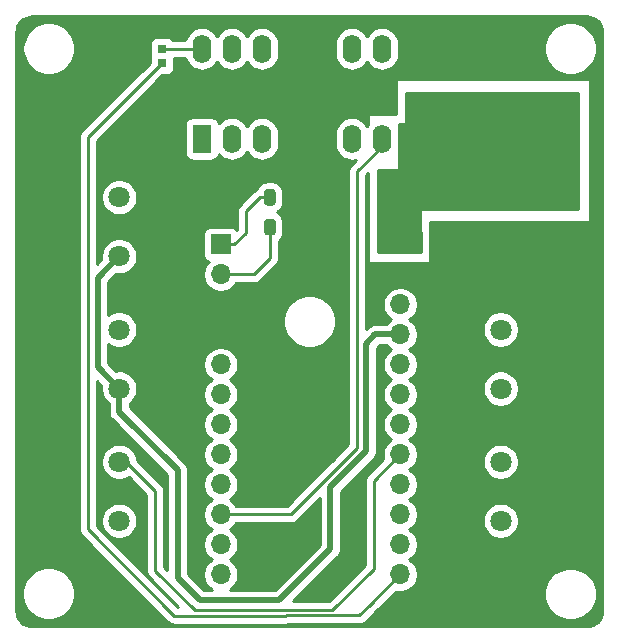
<source format=gbr>
%TF.GenerationSoftware,KiCad,Pcbnew,5.1.6-c6e7f7d~86~ubuntu18.04.1*%
%TF.CreationDate,2020-07-11T09:23:51+02:00*%
%TF.ProjectId,chickenDoor,63686963-6b65-46e4-946f-6f722e6b6963,rev?*%
%TF.SameCoordinates,Original*%
%TF.FileFunction,Copper,L1,Top*%
%TF.FilePolarity,Positive*%
%FSLAX46Y46*%
G04 Gerber Fmt 4.6, Leading zero omitted, Abs format (unit mm)*
G04 Created by KiCad (PCBNEW 5.1.6-c6e7f7d~86~ubuntu18.04.1) date 2020-07-11 09:23:51*
%MOMM*%
%LPD*%
G01*
G04 APERTURE LIST*
%TA.AperFunction,ComponentPad*%
%ADD10C,1.800000*%
%TD*%
%TA.AperFunction,SMDPad,CuDef*%
%ADD11R,0.800000X0.800000*%
%TD*%
%TA.AperFunction,ComponentPad*%
%ADD12R,1.600000X2.400000*%
%TD*%
%TA.AperFunction,ComponentPad*%
%ADD13O,1.600000X2.400000*%
%TD*%
%TA.AperFunction,ComponentPad*%
%ADD14O,1.700000X1.700000*%
%TD*%
%TA.AperFunction,ComponentPad*%
%ADD15R,1.700000X1.700000*%
%TD*%
%TA.AperFunction,ViaPad*%
%ADD16C,0.800000*%
%TD*%
%TA.AperFunction,Conductor*%
%ADD17C,0.250000*%
%TD*%
%TA.AperFunction,Conductor*%
%ADD18C,0.500000*%
%TD*%
%TA.AperFunction,Conductor*%
%ADD19C,0.254000*%
%TD*%
G04 APERTURE END LIST*
D10*
%TO.P,J1,2*%
%TO.N,Vcc*%
X108400000Y-75000000D03*
%TO.P,J1,1*%
%TO.N,Move_complete*%
X108400000Y-70000000D03*
%TD*%
%TO.P,J2,1*%
%TO.N,Move_step*%
X108400000Y-81200000D03*
%TO.P,J2,2*%
%TO.N,Vcc*%
X108400000Y-86200000D03*
%TD*%
%TO.P,J3,2*%
%TO.N,Photo_Powr*%
X108400000Y-97400000D03*
%TO.P,J3,1*%
%TO.N,Photo_Sens*%
X108400000Y-92400000D03*
%TD*%
%TO.P,J4,1*%
%TO.N,Net-(J4-Pad1)*%
X140700000Y-86200000D03*
%TO.P,J4,2*%
%TO.N,End_down*%
X140700000Y-81200000D03*
%TD*%
%TO.P,J6,2*%
%TO.N,Net-(J6-Pad2)*%
X140700000Y-92400000D03*
%TO.P,J6,1*%
%TO.N,End_up*%
X140700000Y-97400000D03*
%TD*%
%TO.P,J8,1*%
%TO.N,GND*%
X140700000Y-75000000D03*
%TO.P,J8,2*%
%TO.N,+6V*%
X140700000Y-70000000D03*
%TD*%
D11*
%TO.P,JP1,1*%
%TO.N,Net-(C1-Pad1)*%
X112030000Y-57430000D03*
%TO.P,JP1,2*%
%TO.N,5V_Motor_out*%
X112030000Y-58630000D03*
%TD*%
%TO.P,R1,2*%
%TO.N,GND*%
%TA.AperFunction,SMDPad,CuDef*%
G36*
G01*
X122542500Y-70456250D02*
X122542500Y-69543750D01*
G75*
G02*
X122786250Y-69300000I243750J0D01*
G01*
X123273750Y-69300000D01*
G75*
G02*
X123517500Y-69543750I0J-243750D01*
G01*
X123517500Y-70456250D01*
G75*
G02*
X123273750Y-70700000I-243750J0D01*
G01*
X122786250Y-70700000D01*
G75*
G02*
X122542500Y-70456250I0J243750D01*
G01*
G37*
%TD.AperFunction*%
%TO.P,R1,1*%
%TO.N,Move_complete*%
%TA.AperFunction,SMDPad,CuDef*%
G36*
G01*
X120667500Y-70456250D02*
X120667500Y-69543750D01*
G75*
G02*
X120911250Y-69300000I243750J0D01*
G01*
X121398750Y-69300000D01*
G75*
G02*
X121642500Y-69543750I0J-243750D01*
G01*
X121642500Y-70456250D01*
G75*
G02*
X121398750Y-70700000I-243750J0D01*
G01*
X120911250Y-70700000D01*
G75*
G02*
X120667500Y-70456250I0J243750D01*
G01*
G37*
%TD.AperFunction*%
%TD*%
%TO.P,R2,2*%
%TO.N,GND*%
%TA.AperFunction,SMDPad,CuDef*%
G36*
G01*
X122557500Y-72986250D02*
X122557500Y-72073750D01*
G75*
G02*
X122801250Y-71830000I243750J0D01*
G01*
X123288750Y-71830000D01*
G75*
G02*
X123532500Y-72073750I0J-243750D01*
G01*
X123532500Y-72986250D01*
G75*
G02*
X123288750Y-73230000I-243750J0D01*
G01*
X122801250Y-73230000D01*
G75*
G02*
X122557500Y-72986250I0J243750D01*
G01*
G37*
%TD.AperFunction*%
%TO.P,R2,1*%
%TO.N,Move_step*%
%TA.AperFunction,SMDPad,CuDef*%
G36*
G01*
X120682500Y-72986250D02*
X120682500Y-72073750D01*
G75*
G02*
X120926250Y-71830000I243750J0D01*
G01*
X121413750Y-71830000D01*
G75*
G02*
X121657500Y-72073750I0J-243750D01*
G01*
X121657500Y-72986250D01*
G75*
G02*
X121413750Y-73230000I-243750J0D01*
G01*
X120926250Y-73230000D01*
G75*
G02*
X120682500Y-72986250I0J243750D01*
G01*
G37*
%TD.AperFunction*%
%TD*%
D12*
%TO.P,U1,1*%
%TO.N,Motor_EN*%
X115400000Y-65060000D03*
D13*
%TO.P,U1,9*%
%TO.N,GND*%
X133180000Y-57440000D03*
%TO.P,U1,2*%
%TO.N,Motor_0*%
X117940000Y-65060000D03*
%TO.P,U1,10*%
%TO.N,N/C*%
X130640000Y-57440000D03*
%TO.P,U1,3*%
X120480000Y-65060000D03*
%TO.P,U1,11*%
X128100000Y-57440000D03*
%TO.P,U1,4*%
%TO.N,GND*%
X123020000Y-65060000D03*
%TO.P,U1,12*%
X125560000Y-57440000D03*
%TO.P,U1,5*%
X125560000Y-65060000D03*
%TO.P,U1,13*%
X123020000Y-57440000D03*
%TO.P,U1,6*%
%TO.N,N/C*%
X128100000Y-65060000D03*
%TO.P,U1,14*%
X120480000Y-57440000D03*
%TO.P,U1,7*%
%TO.N,Motor_1*%
X130640000Y-65060000D03*
%TO.P,U1,15*%
%TO.N,N/C*%
X117940000Y-57440000D03*
%TO.P,U1,8*%
%TO.N,+6V*%
X133180000Y-65060000D03*
%TO.P,U1,16*%
%TO.N,Net-(C1-Pad1)*%
X115400000Y-57440000D03*
%TD*%
D14*
%TO.P,J5,12*%
%TO.N,End_up*%
X117000000Y-101940000D03*
%TO.P,J5,11*%
%TO.N,End_down*%
X117000000Y-99400000D03*
%TO.P,J5,10*%
%TO.N,Motor_1*%
X117000000Y-96860000D03*
%TO.P,J5,9*%
%TO.N,Motor_0*%
X117000000Y-94320000D03*
%TO.P,J5,8*%
%TO.N,Motor_EN*%
X117000000Y-91780000D03*
%TO.P,J5,7*%
%TO.N,Photo_Powr*%
X117000000Y-89240000D03*
%TO.P,J5,6*%
%TO.N,N/C*%
X117000000Y-86700000D03*
%TO.P,J5,5*%
X117000000Y-84160000D03*
%TO.P,J5,4*%
%TO.N,GND*%
X117000000Y-81620000D03*
%TO.P,J5,3*%
X117000000Y-79080000D03*
%TO.P,J5,2*%
%TO.N,Move_step*%
X117000000Y-76540000D03*
D15*
%TO.P,J5,1*%
%TO.N,Move_complete*%
X117000000Y-74000000D03*
%TD*%
%TO.P,J7,1*%
%TO.N,+6V*%
X132200000Y-74000000D03*
D14*
%TO.P,J7,2*%
%TO.N,GND*%
X132200000Y-76540000D03*
%TO.P,J7,3*%
%TO.N,N/C*%
X132200000Y-79080000D03*
%TO.P,J7,4*%
%TO.N,Vcc*%
X132200000Y-81620000D03*
%TO.P,J7,5*%
%TO.N,N/C*%
X132200000Y-84160000D03*
%TO.P,J7,6*%
X132200000Y-86700000D03*
%TO.P,J7,7*%
X132200000Y-89240000D03*
%TO.P,J7,8*%
%TO.N,Photo_Sens*%
X132200000Y-91780000D03*
%TO.P,J7,9*%
%TO.N,N/C*%
X132200000Y-94320000D03*
%TO.P,J7,10*%
%TO.N,5V_down*%
X132200000Y-96860000D03*
%TO.P,J7,11*%
%TO.N,5V_up*%
X132200000Y-99400000D03*
%TO.P,J7,12*%
%TO.N,5V_Motor_out*%
X132200000Y-101940000D03*
%TD*%
D16*
%TO.N,GND*%
X113750000Y-90560000D03*
X124120000Y-72560000D03*
X120050000Y-94770000D03*
X128550000Y-94720000D03*
X122960000Y-60090000D03*
X125020000Y-59990000D03*
X125040000Y-62030000D03*
X122970000Y-62030000D03*
X143940000Y-73150000D03*
X147000000Y-73150000D03*
X103710000Y-89230000D03*
X103740000Y-78060000D03*
X145390000Y-78070000D03*
X145280000Y-89300000D03*
X123140000Y-98670000D03*
X110090000Y-99480000D03*
%TO.N,+6V*%
X135990000Y-62010000D03*
X139000000Y-61980000D03*
X142000000Y-61960000D03*
X144990000Y-61980000D03*
X146070000Y-62970000D03*
X146030000Y-65960000D03*
X146070000Y-68980000D03*
X143960000Y-70070000D03*
X134960000Y-70000000D03*
X137860000Y-70000000D03*
%TD*%
D17*
%TO.N,Net-(C1-Pad1)*%
X115390000Y-57430000D02*
X115400000Y-57440000D01*
X112030000Y-57430000D02*
X115390000Y-57430000D01*
%TO.N,GND*%
X123020000Y-69990000D02*
X123030000Y-70000000D01*
X123020000Y-65060000D02*
X123020000Y-69990000D01*
X123030000Y-72515000D02*
X123045000Y-72530000D01*
X123030000Y-70000000D02*
X123030000Y-72515000D01*
X123045000Y-74035000D02*
X123045000Y-72530000D01*
X123075000Y-72560000D02*
X123045000Y-72530000D01*
X124120000Y-72560000D02*
X123075000Y-72560000D01*
X139160000Y-76540000D02*
X140700000Y-75000000D01*
X132200000Y-76540000D02*
X139160000Y-76540000D01*
X117000000Y-79080000D02*
X120390000Y-79080000D01*
X123045000Y-76425000D02*
X123045000Y-74035000D01*
X120390000Y-79080000D02*
X123045000Y-76425000D01*
X113750000Y-90560000D02*
X113750000Y-83440000D01*
X115570000Y-81620000D02*
X117000000Y-81620000D01*
X113750000Y-83440000D02*
X115570000Y-81620000D01*
%TO.N,+6V*%
X140700000Y-70000000D02*
X140710000Y-70010000D01*
X132200000Y-70000000D02*
X134960000Y-70000000D01*
X132200000Y-70000000D02*
X132200000Y-68010000D01*
X133180000Y-67030000D02*
X133180000Y-65060000D01*
X132200000Y-68010000D02*
X133180000Y-67030000D01*
X134960000Y-70000000D02*
X137860000Y-70000000D01*
X137860000Y-70000000D02*
X140700000Y-70000000D01*
D18*
%TO.N,Vcc*%
X113360000Y-93120000D02*
X108400000Y-88160000D01*
X113360000Y-102250000D02*
X113360000Y-93120000D01*
X115210000Y-104100000D02*
X113360000Y-102250000D01*
X121960000Y-104100000D02*
X115210000Y-104100000D01*
X126270000Y-99790000D02*
X121960000Y-104100000D01*
X108400000Y-88160000D02*
X108400000Y-86200000D01*
X130100000Y-81620000D02*
X129320000Y-82400000D01*
X132200000Y-81620000D02*
X130100000Y-81620000D01*
X129320000Y-82400000D02*
X129320000Y-85190000D01*
X129320000Y-85190000D02*
X129340000Y-85210000D01*
X126270000Y-94550000D02*
X126270000Y-99790000D01*
X129340000Y-85210000D02*
X129340000Y-91480000D01*
X129340000Y-91480000D02*
X126270000Y-94550000D01*
X108400000Y-86200000D02*
X106580000Y-84380000D01*
X106580000Y-78600000D02*
X106590000Y-78590000D01*
X106580000Y-84380000D02*
X106580000Y-78600000D01*
X106590000Y-76810000D02*
X108400000Y-75000000D01*
X106590000Y-78590000D02*
X106590000Y-76810000D01*
D17*
%TO.N,Move_complete*%
X117000000Y-74000000D02*
X118160000Y-74000000D01*
X118160000Y-74000000D02*
X119150000Y-73010000D01*
X119150000Y-73010000D02*
X119150000Y-71180000D01*
X120330000Y-70000000D02*
X121155000Y-70000000D01*
X119150000Y-71180000D02*
X120330000Y-70000000D01*
%TO.N,Move_step*%
X121160000Y-72540000D02*
X121170000Y-72530000D01*
X117000000Y-76540000D02*
X119800000Y-76540000D01*
X121170000Y-75170000D02*
X121170000Y-72530000D01*
X119800000Y-76540000D02*
X121170000Y-75170000D01*
%TO.N,Photo_Sens*%
X129980000Y-94000000D02*
X132200000Y-91780000D01*
X129980000Y-101440000D02*
X129980000Y-94000000D01*
X126460010Y-104959990D02*
X129980000Y-101440000D01*
X111450000Y-101620000D02*
X114800000Y-104970000D01*
X108560000Y-91980000D02*
X111450000Y-94870000D01*
X114800000Y-104970000D02*
X122350000Y-104970000D01*
X122350000Y-104970000D02*
X122360010Y-104959990D01*
X111450000Y-94870000D02*
X111450000Y-101620000D01*
X122360010Y-104959990D02*
X126460010Y-104959990D01*
%TO.N,Motor_1*%
X128560000Y-67810000D02*
X130640000Y-65730000D01*
X130640000Y-65730000D02*
X130640000Y-65060000D01*
X126900000Y-92860000D02*
X128560000Y-91200000D01*
X128560000Y-91200000D02*
X128560000Y-67810000D01*
X126900000Y-92860000D02*
X126900000Y-92870000D01*
X122910000Y-96860000D02*
X117000000Y-96860000D01*
X126900000Y-92870000D02*
X122910000Y-96860000D01*
%TO.N,5V_Motor_out*%
X129609990Y-104530010D02*
X132200000Y-101940000D01*
X128730000Y-105410000D02*
X129609990Y-104530010D01*
X105760000Y-64900000D02*
X105760000Y-98130000D01*
X112030000Y-58630000D02*
X105760000Y-64900000D01*
X105760000Y-98130000D02*
X113050010Y-105420010D01*
X113050010Y-105420010D02*
X122536400Y-105420010D01*
X122536400Y-105420010D02*
X122546410Y-105410000D01*
X122546410Y-105410000D02*
X128730000Y-105410000D01*
%TD*%
D19*
%TO.N,GND*%
G36*
X148254782Y-54713267D02*
G01*
X148499855Y-54787259D01*
X148725890Y-54907443D01*
X148924281Y-55069248D01*
X149087460Y-55266497D01*
X149209220Y-55491687D01*
X149284924Y-55736247D01*
X149315000Y-56022398D01*
X149315001Y-104966484D01*
X149286733Y-105254782D01*
X149212741Y-105499855D01*
X149092554Y-105725893D01*
X148930754Y-105924279D01*
X148733503Y-106087460D01*
X148508310Y-106209221D01*
X148263753Y-106284924D01*
X147977602Y-106315000D01*
X101033505Y-106315000D01*
X100745218Y-106286733D01*
X100500145Y-106212741D01*
X100274107Y-106092554D01*
X100075721Y-105930754D01*
X99912540Y-105733503D01*
X99790779Y-105508310D01*
X99715076Y-105263753D01*
X99685000Y-104977602D01*
X99685000Y-103359872D01*
X100205000Y-103359872D01*
X100205000Y-103800128D01*
X100290890Y-104231925D01*
X100459369Y-104638669D01*
X100703962Y-105004729D01*
X101015271Y-105316038D01*
X101381331Y-105560631D01*
X101788075Y-105729110D01*
X102219872Y-105815000D01*
X102660128Y-105815000D01*
X103091925Y-105729110D01*
X103498669Y-105560631D01*
X103864729Y-105316038D01*
X104176038Y-105004729D01*
X104420631Y-104638669D01*
X104589110Y-104231925D01*
X104675000Y-103800128D01*
X104675000Y-103359872D01*
X104589110Y-102928075D01*
X104420631Y-102521331D01*
X104176038Y-102155271D01*
X103864729Y-101843962D01*
X103498669Y-101599369D01*
X103091925Y-101430890D01*
X102660128Y-101345000D01*
X102219872Y-101345000D01*
X101788075Y-101430890D01*
X101381331Y-101599369D01*
X101015271Y-101843962D01*
X100703962Y-102155271D01*
X100459369Y-102521331D01*
X100290890Y-102928075D01*
X100205000Y-103359872D01*
X99685000Y-103359872D01*
X99685000Y-64900000D01*
X104996324Y-64900000D01*
X105000000Y-64937322D01*
X105000001Y-98092667D01*
X104996324Y-98130000D01*
X105010998Y-98278985D01*
X105054454Y-98422246D01*
X105125026Y-98554276D01*
X105156242Y-98592312D01*
X105220000Y-98670001D01*
X105248998Y-98693799D01*
X112486211Y-105931013D01*
X112510009Y-105960011D01*
X112539007Y-105983809D01*
X112625733Y-106054984D01*
X112739036Y-106115546D01*
X112757763Y-106125556D01*
X112901024Y-106169013D01*
X113012677Y-106180010D01*
X113012687Y-106180010D01*
X113050009Y-106183686D01*
X113087332Y-106180010D01*
X122499078Y-106180010D01*
X122536400Y-106183686D01*
X122573722Y-106180010D01*
X122573733Y-106180010D01*
X122675365Y-106170000D01*
X128692678Y-106170000D01*
X128730000Y-106173676D01*
X128767322Y-106170000D01*
X128767333Y-106170000D01*
X128878986Y-106159003D01*
X129022247Y-106115546D01*
X129154276Y-106044974D01*
X129270001Y-105950001D01*
X129293803Y-105920998D01*
X130173789Y-105041013D01*
X130173793Y-105041008D01*
X131833592Y-103381210D01*
X132053740Y-103425000D01*
X132346260Y-103425000D01*
X132623405Y-103369872D01*
X144355000Y-103369872D01*
X144355000Y-103810128D01*
X144440890Y-104241925D01*
X144609369Y-104648669D01*
X144853962Y-105014729D01*
X145165271Y-105326038D01*
X145531331Y-105570631D01*
X145938075Y-105739110D01*
X146369872Y-105825000D01*
X146810128Y-105825000D01*
X147241925Y-105739110D01*
X147648669Y-105570631D01*
X148014729Y-105326038D01*
X148326038Y-105014729D01*
X148570631Y-104648669D01*
X148739110Y-104241925D01*
X148825000Y-103810128D01*
X148825000Y-103369872D01*
X148739110Y-102938075D01*
X148570631Y-102531331D01*
X148326038Y-102165271D01*
X148014729Y-101853962D01*
X147648669Y-101609369D01*
X147241925Y-101440890D01*
X146810128Y-101355000D01*
X146369872Y-101355000D01*
X145938075Y-101440890D01*
X145531331Y-101609369D01*
X145165271Y-101853962D01*
X144853962Y-102165271D01*
X144609369Y-102531331D01*
X144440890Y-102938075D01*
X144355000Y-103369872D01*
X132623405Y-103369872D01*
X132633158Y-103367932D01*
X132903411Y-103255990D01*
X133146632Y-103093475D01*
X133353475Y-102886632D01*
X133515990Y-102643411D01*
X133627932Y-102373158D01*
X133685000Y-102086260D01*
X133685000Y-101793740D01*
X133627932Y-101506842D01*
X133515990Y-101236589D01*
X133353475Y-100993368D01*
X133146632Y-100786525D01*
X132972240Y-100670000D01*
X133146632Y-100553475D01*
X133353475Y-100346632D01*
X133515990Y-100103411D01*
X133627932Y-99833158D01*
X133685000Y-99546260D01*
X133685000Y-99253740D01*
X133627932Y-98966842D01*
X133515990Y-98696589D01*
X133353475Y-98453368D01*
X133146632Y-98246525D01*
X132972240Y-98130000D01*
X133146632Y-98013475D01*
X133353475Y-97806632D01*
X133515990Y-97563411D01*
X133627932Y-97293158D01*
X133636752Y-97248816D01*
X139165000Y-97248816D01*
X139165000Y-97551184D01*
X139223989Y-97847743D01*
X139339701Y-98127095D01*
X139507688Y-98378505D01*
X139721495Y-98592312D01*
X139972905Y-98760299D01*
X140252257Y-98876011D01*
X140548816Y-98935000D01*
X140851184Y-98935000D01*
X141147743Y-98876011D01*
X141427095Y-98760299D01*
X141678505Y-98592312D01*
X141892312Y-98378505D01*
X142060299Y-98127095D01*
X142176011Y-97847743D01*
X142235000Y-97551184D01*
X142235000Y-97248816D01*
X142176011Y-96952257D01*
X142060299Y-96672905D01*
X141892312Y-96421495D01*
X141678505Y-96207688D01*
X141427095Y-96039701D01*
X141147743Y-95923989D01*
X140851184Y-95865000D01*
X140548816Y-95865000D01*
X140252257Y-95923989D01*
X139972905Y-96039701D01*
X139721495Y-96207688D01*
X139507688Y-96421495D01*
X139339701Y-96672905D01*
X139223989Y-96952257D01*
X139165000Y-97248816D01*
X133636752Y-97248816D01*
X133685000Y-97006260D01*
X133685000Y-96713740D01*
X133627932Y-96426842D01*
X133515990Y-96156589D01*
X133353475Y-95913368D01*
X133146632Y-95706525D01*
X132972240Y-95590000D01*
X133146632Y-95473475D01*
X133353475Y-95266632D01*
X133515990Y-95023411D01*
X133627932Y-94753158D01*
X133685000Y-94466260D01*
X133685000Y-94173740D01*
X133627932Y-93886842D01*
X133515990Y-93616589D01*
X133353475Y-93373368D01*
X133146632Y-93166525D01*
X132972240Y-93050000D01*
X133146632Y-92933475D01*
X133353475Y-92726632D01*
X133515990Y-92483411D01*
X133613162Y-92248816D01*
X139165000Y-92248816D01*
X139165000Y-92551184D01*
X139223989Y-92847743D01*
X139339701Y-93127095D01*
X139507688Y-93378505D01*
X139721495Y-93592312D01*
X139972905Y-93760299D01*
X140252257Y-93876011D01*
X140548816Y-93935000D01*
X140851184Y-93935000D01*
X141147743Y-93876011D01*
X141427095Y-93760299D01*
X141678505Y-93592312D01*
X141892312Y-93378505D01*
X142060299Y-93127095D01*
X142176011Y-92847743D01*
X142235000Y-92551184D01*
X142235000Y-92248816D01*
X142176011Y-91952257D01*
X142060299Y-91672905D01*
X141892312Y-91421495D01*
X141678505Y-91207688D01*
X141427095Y-91039701D01*
X141147743Y-90923989D01*
X140851184Y-90865000D01*
X140548816Y-90865000D01*
X140252257Y-90923989D01*
X139972905Y-91039701D01*
X139721495Y-91207688D01*
X139507688Y-91421495D01*
X139339701Y-91672905D01*
X139223989Y-91952257D01*
X139165000Y-92248816D01*
X133613162Y-92248816D01*
X133627932Y-92213158D01*
X133685000Y-91926260D01*
X133685000Y-91633740D01*
X133627932Y-91346842D01*
X133515990Y-91076589D01*
X133353475Y-90833368D01*
X133146632Y-90626525D01*
X132972240Y-90510000D01*
X133146632Y-90393475D01*
X133353475Y-90186632D01*
X133515990Y-89943411D01*
X133627932Y-89673158D01*
X133685000Y-89386260D01*
X133685000Y-89093740D01*
X133627932Y-88806842D01*
X133515990Y-88536589D01*
X133353475Y-88293368D01*
X133146632Y-88086525D01*
X132972240Y-87970000D01*
X133146632Y-87853475D01*
X133353475Y-87646632D01*
X133515990Y-87403411D01*
X133627932Y-87133158D01*
X133685000Y-86846260D01*
X133685000Y-86553740D01*
X133627932Y-86266842D01*
X133537624Y-86048816D01*
X139165000Y-86048816D01*
X139165000Y-86351184D01*
X139223989Y-86647743D01*
X139339701Y-86927095D01*
X139507688Y-87178505D01*
X139721495Y-87392312D01*
X139972905Y-87560299D01*
X140252257Y-87676011D01*
X140548816Y-87735000D01*
X140851184Y-87735000D01*
X141147743Y-87676011D01*
X141427095Y-87560299D01*
X141678505Y-87392312D01*
X141892312Y-87178505D01*
X142060299Y-86927095D01*
X142176011Y-86647743D01*
X142235000Y-86351184D01*
X142235000Y-86048816D01*
X142176011Y-85752257D01*
X142060299Y-85472905D01*
X141892312Y-85221495D01*
X141678505Y-85007688D01*
X141427095Y-84839701D01*
X141147743Y-84723989D01*
X140851184Y-84665000D01*
X140548816Y-84665000D01*
X140252257Y-84723989D01*
X139972905Y-84839701D01*
X139721495Y-85007688D01*
X139507688Y-85221495D01*
X139339701Y-85472905D01*
X139223989Y-85752257D01*
X139165000Y-86048816D01*
X133537624Y-86048816D01*
X133515990Y-85996589D01*
X133353475Y-85753368D01*
X133146632Y-85546525D01*
X132972240Y-85430000D01*
X133146632Y-85313475D01*
X133353475Y-85106632D01*
X133515990Y-84863411D01*
X133627932Y-84593158D01*
X133685000Y-84306260D01*
X133685000Y-84013740D01*
X133627932Y-83726842D01*
X133515990Y-83456589D01*
X133353475Y-83213368D01*
X133146632Y-83006525D01*
X132972240Y-82890000D01*
X133146632Y-82773475D01*
X133353475Y-82566632D01*
X133515990Y-82323411D01*
X133627932Y-82053158D01*
X133685000Y-81766260D01*
X133685000Y-81473740D01*
X133627932Y-81186842D01*
X133570760Y-81048816D01*
X139165000Y-81048816D01*
X139165000Y-81351184D01*
X139223989Y-81647743D01*
X139339701Y-81927095D01*
X139507688Y-82178505D01*
X139721495Y-82392312D01*
X139972905Y-82560299D01*
X140252257Y-82676011D01*
X140548816Y-82735000D01*
X140851184Y-82735000D01*
X141147743Y-82676011D01*
X141427095Y-82560299D01*
X141678505Y-82392312D01*
X141892312Y-82178505D01*
X142060299Y-81927095D01*
X142176011Y-81647743D01*
X142235000Y-81351184D01*
X142235000Y-81048816D01*
X142176011Y-80752257D01*
X142060299Y-80472905D01*
X141892312Y-80221495D01*
X141678505Y-80007688D01*
X141427095Y-79839701D01*
X141147743Y-79723989D01*
X140851184Y-79665000D01*
X140548816Y-79665000D01*
X140252257Y-79723989D01*
X139972905Y-79839701D01*
X139721495Y-80007688D01*
X139507688Y-80221495D01*
X139339701Y-80472905D01*
X139223989Y-80752257D01*
X139165000Y-81048816D01*
X133570760Y-81048816D01*
X133515990Y-80916589D01*
X133353475Y-80673368D01*
X133146632Y-80466525D01*
X132972240Y-80350000D01*
X133146632Y-80233475D01*
X133353475Y-80026632D01*
X133515990Y-79783411D01*
X133627932Y-79513158D01*
X133685000Y-79226260D01*
X133685000Y-78933740D01*
X133627932Y-78646842D01*
X133515990Y-78376589D01*
X133353475Y-78133368D01*
X133146632Y-77926525D01*
X132903411Y-77764010D01*
X132633158Y-77652068D01*
X132346260Y-77595000D01*
X132053740Y-77595000D01*
X131766842Y-77652068D01*
X131496589Y-77764010D01*
X131253368Y-77926525D01*
X131046525Y-78133368D01*
X130884010Y-78376589D01*
X130772068Y-78646842D01*
X130715000Y-78933740D01*
X130715000Y-79226260D01*
X130772068Y-79513158D01*
X130884010Y-79783411D01*
X131046525Y-80026632D01*
X131253368Y-80233475D01*
X131427760Y-80350000D01*
X131253368Y-80466525D01*
X131046525Y-80673368D01*
X131005344Y-80735000D01*
X130143469Y-80735000D01*
X130100000Y-80730719D01*
X130056531Y-80735000D01*
X130056523Y-80735000D01*
X129926510Y-80747805D01*
X129759686Y-80798411D01*
X129605941Y-80880589D01*
X129504953Y-80963468D01*
X129504951Y-80963470D01*
X129471183Y-80991183D01*
X129443470Y-81024951D01*
X129320000Y-81148421D01*
X129320000Y-68124801D01*
X129464911Y-67979890D01*
X129483000Y-75420309D01*
X129485501Y-75445079D01*
X129492786Y-75468886D01*
X129504575Y-75490814D01*
X129520416Y-75510021D01*
X129539700Y-75525768D01*
X129561685Y-75537451D01*
X129585526Y-75544620D01*
X129609487Y-75546999D01*
X134559487Y-75566999D01*
X134584273Y-75564659D01*
X134608126Y-75557528D01*
X134630130Y-75545881D01*
X134649439Y-75530165D01*
X134665311Y-75510983D01*
X134677135Y-75489074D01*
X134684459Y-75465280D01*
X134687000Y-75440000D01*
X134687000Y-72087000D01*
X148110000Y-72087000D01*
X148134776Y-72084560D01*
X148158601Y-72077333D01*
X148180557Y-72065597D01*
X148199803Y-72049803D01*
X148215597Y-72030557D01*
X148227333Y-72008601D01*
X148234560Y-71984776D01*
X148237000Y-71960322D01*
X148267000Y-60140322D01*
X148264622Y-60115540D01*
X148257456Y-60091697D01*
X148245775Y-60069711D01*
X148230030Y-60050426D01*
X148210825Y-60034583D01*
X148188898Y-60022791D01*
X148165093Y-60015504D01*
X148139921Y-60013000D01*
X131979921Y-60023000D01*
X131955146Y-60025456D01*
X131931327Y-60032697D01*
X131909377Y-60044447D01*
X131890142Y-60060253D01*
X131874360Y-60079508D01*
X131862637Y-60101472D01*
X131855425Y-60125301D01*
X131853007Y-60148700D01*
X131824294Y-62953000D01*
X129580000Y-62953000D01*
X129555224Y-62955440D01*
X129531399Y-62962667D01*
X129509443Y-62974403D01*
X129490197Y-62990197D01*
X129474403Y-63009443D01*
X129462667Y-63031399D01*
X129455440Y-63055224D01*
X129453000Y-63080309D01*
X129454852Y-63842104D01*
X129441068Y-63858900D01*
X129370000Y-63991858D01*
X129298932Y-63858899D01*
X129119607Y-63640392D01*
X128901100Y-63461068D01*
X128651807Y-63327818D01*
X128381308Y-63245764D01*
X128100000Y-63218057D01*
X127818691Y-63245764D01*
X127548192Y-63327818D01*
X127298899Y-63461068D01*
X127080392Y-63640393D01*
X126901068Y-63858900D01*
X126767818Y-64108193D01*
X126685764Y-64378692D01*
X126665000Y-64589509D01*
X126665000Y-65530492D01*
X126685764Y-65741309D01*
X126767818Y-66011808D01*
X126901068Y-66261101D01*
X127080393Y-66479608D01*
X127298900Y-66658932D01*
X127548193Y-66792182D01*
X127818692Y-66874236D01*
X128100000Y-66901943D01*
X128381309Y-66874236D01*
X128438229Y-66856970D01*
X128048998Y-67246201D01*
X128020000Y-67269999D01*
X127996202Y-67298997D01*
X127996201Y-67298998D01*
X127925026Y-67385724D01*
X127854454Y-67517754D01*
X127810998Y-67661015D01*
X127796324Y-67810000D01*
X127800001Y-67847333D01*
X127800000Y-90885198D01*
X126389003Y-92296196D01*
X126359999Y-92319999D01*
X126333577Y-92352195D01*
X126290437Y-92404761D01*
X122595199Y-96100000D01*
X118278178Y-96100000D01*
X118153475Y-95913368D01*
X117946632Y-95706525D01*
X117772240Y-95590000D01*
X117946632Y-95473475D01*
X118153475Y-95266632D01*
X118315990Y-95023411D01*
X118427932Y-94753158D01*
X118485000Y-94466260D01*
X118485000Y-94173740D01*
X118427932Y-93886842D01*
X118315990Y-93616589D01*
X118153475Y-93373368D01*
X117946632Y-93166525D01*
X117772240Y-93050000D01*
X117946632Y-92933475D01*
X118153475Y-92726632D01*
X118315990Y-92483411D01*
X118427932Y-92213158D01*
X118485000Y-91926260D01*
X118485000Y-91633740D01*
X118427932Y-91346842D01*
X118315990Y-91076589D01*
X118153475Y-90833368D01*
X117946632Y-90626525D01*
X117772240Y-90510000D01*
X117946632Y-90393475D01*
X118153475Y-90186632D01*
X118315990Y-89943411D01*
X118427932Y-89673158D01*
X118485000Y-89386260D01*
X118485000Y-89093740D01*
X118427932Y-88806842D01*
X118315990Y-88536589D01*
X118153475Y-88293368D01*
X117946632Y-88086525D01*
X117772240Y-87970000D01*
X117946632Y-87853475D01*
X118153475Y-87646632D01*
X118315990Y-87403411D01*
X118427932Y-87133158D01*
X118485000Y-86846260D01*
X118485000Y-86553740D01*
X118427932Y-86266842D01*
X118315990Y-85996589D01*
X118153475Y-85753368D01*
X117946632Y-85546525D01*
X117772240Y-85430000D01*
X117946632Y-85313475D01*
X118153475Y-85106632D01*
X118315990Y-84863411D01*
X118427932Y-84593158D01*
X118485000Y-84306260D01*
X118485000Y-84013740D01*
X118427932Y-83726842D01*
X118315990Y-83456589D01*
X118153475Y-83213368D01*
X117946632Y-83006525D01*
X117703411Y-82844010D01*
X117433158Y-82732068D01*
X117146260Y-82675000D01*
X116853740Y-82675000D01*
X116566842Y-82732068D01*
X116296589Y-82844010D01*
X116053368Y-83006525D01*
X115846525Y-83213368D01*
X115684010Y-83456589D01*
X115572068Y-83726842D01*
X115515000Y-84013740D01*
X115515000Y-84306260D01*
X115572068Y-84593158D01*
X115684010Y-84863411D01*
X115846525Y-85106632D01*
X116053368Y-85313475D01*
X116227760Y-85430000D01*
X116053368Y-85546525D01*
X115846525Y-85753368D01*
X115684010Y-85996589D01*
X115572068Y-86266842D01*
X115515000Y-86553740D01*
X115515000Y-86846260D01*
X115572068Y-87133158D01*
X115684010Y-87403411D01*
X115846525Y-87646632D01*
X116053368Y-87853475D01*
X116227760Y-87970000D01*
X116053368Y-88086525D01*
X115846525Y-88293368D01*
X115684010Y-88536589D01*
X115572068Y-88806842D01*
X115515000Y-89093740D01*
X115515000Y-89386260D01*
X115572068Y-89673158D01*
X115684010Y-89943411D01*
X115846525Y-90186632D01*
X116053368Y-90393475D01*
X116227760Y-90510000D01*
X116053368Y-90626525D01*
X115846525Y-90833368D01*
X115684010Y-91076589D01*
X115572068Y-91346842D01*
X115515000Y-91633740D01*
X115515000Y-91926260D01*
X115572068Y-92213158D01*
X115684010Y-92483411D01*
X115846525Y-92726632D01*
X116053368Y-92933475D01*
X116227760Y-93050000D01*
X116053368Y-93166525D01*
X115846525Y-93373368D01*
X115684010Y-93616589D01*
X115572068Y-93886842D01*
X115515000Y-94173740D01*
X115515000Y-94466260D01*
X115572068Y-94753158D01*
X115684010Y-95023411D01*
X115846525Y-95266632D01*
X116053368Y-95473475D01*
X116227760Y-95590000D01*
X116053368Y-95706525D01*
X115846525Y-95913368D01*
X115684010Y-96156589D01*
X115572068Y-96426842D01*
X115515000Y-96713740D01*
X115515000Y-97006260D01*
X115572068Y-97293158D01*
X115684010Y-97563411D01*
X115846525Y-97806632D01*
X116053368Y-98013475D01*
X116227760Y-98130000D01*
X116053368Y-98246525D01*
X115846525Y-98453368D01*
X115684010Y-98696589D01*
X115572068Y-98966842D01*
X115515000Y-99253740D01*
X115515000Y-99546260D01*
X115572068Y-99833158D01*
X115684010Y-100103411D01*
X115846525Y-100346632D01*
X116053368Y-100553475D01*
X116227760Y-100670000D01*
X116053368Y-100786525D01*
X115846525Y-100993368D01*
X115684010Y-101236589D01*
X115572068Y-101506842D01*
X115515000Y-101793740D01*
X115515000Y-102086260D01*
X115572068Y-102373158D01*
X115684010Y-102643411D01*
X115846525Y-102886632D01*
X116053368Y-103093475D01*
X116235243Y-103215000D01*
X115576579Y-103215000D01*
X114245000Y-101883422D01*
X114245000Y-93163465D01*
X114249281Y-93119999D01*
X114245000Y-93076533D01*
X114245000Y-93076523D01*
X114232195Y-92946510D01*
X114181589Y-92779687D01*
X114099411Y-92625941D01*
X113988817Y-92491183D01*
X113955049Y-92463470D01*
X109285000Y-87793422D01*
X109285000Y-87454790D01*
X109378505Y-87392312D01*
X109592312Y-87178505D01*
X109760299Y-86927095D01*
X109876011Y-86647743D01*
X109935000Y-86351184D01*
X109935000Y-86048816D01*
X109876011Y-85752257D01*
X109760299Y-85472905D01*
X109592312Y-85221495D01*
X109378505Y-85007688D01*
X109127095Y-84839701D01*
X108847743Y-84723989D01*
X108551184Y-84665000D01*
X108248816Y-84665000D01*
X108138518Y-84686940D01*
X107465000Y-84013422D01*
X107465000Y-82421381D01*
X107672905Y-82560299D01*
X107952257Y-82676011D01*
X108248816Y-82735000D01*
X108551184Y-82735000D01*
X108847743Y-82676011D01*
X109127095Y-82560299D01*
X109378505Y-82392312D01*
X109592312Y-82178505D01*
X109760299Y-81927095D01*
X109876011Y-81647743D01*
X109935000Y-81351184D01*
X109935000Y-81048816D01*
X109876011Y-80752257D01*
X109760299Y-80472905D01*
X109624637Y-80269872D01*
X122285000Y-80269872D01*
X122285000Y-80710128D01*
X122370890Y-81141925D01*
X122539369Y-81548669D01*
X122783962Y-81914729D01*
X123095271Y-82226038D01*
X123461331Y-82470631D01*
X123868075Y-82639110D01*
X124299872Y-82725000D01*
X124740128Y-82725000D01*
X125171925Y-82639110D01*
X125578669Y-82470631D01*
X125944729Y-82226038D01*
X126256038Y-81914729D01*
X126500631Y-81548669D01*
X126669110Y-81141925D01*
X126755000Y-80710128D01*
X126755000Y-80269872D01*
X126669110Y-79838075D01*
X126500631Y-79431331D01*
X126256038Y-79065271D01*
X125944729Y-78753962D01*
X125578669Y-78509369D01*
X125171925Y-78340890D01*
X124740128Y-78255000D01*
X124299872Y-78255000D01*
X123868075Y-78340890D01*
X123461331Y-78509369D01*
X123095271Y-78753962D01*
X122783962Y-79065271D01*
X122539369Y-79431331D01*
X122370890Y-79838075D01*
X122285000Y-80269872D01*
X109624637Y-80269872D01*
X109592312Y-80221495D01*
X109378505Y-80007688D01*
X109127095Y-79839701D01*
X108847743Y-79723989D01*
X108551184Y-79665000D01*
X108248816Y-79665000D01*
X107952257Y-79723989D01*
X107672905Y-79839701D01*
X107465000Y-79978619D01*
X107465000Y-78735010D01*
X107475000Y-78633477D01*
X107475000Y-78633467D01*
X107479281Y-78590001D01*
X107475000Y-78546535D01*
X107475000Y-77176578D01*
X108138518Y-76513060D01*
X108248816Y-76535000D01*
X108551184Y-76535000D01*
X108847743Y-76476011D01*
X109127095Y-76360299D01*
X109378505Y-76192312D01*
X109592312Y-75978505D01*
X109760299Y-75727095D01*
X109876011Y-75447743D01*
X109935000Y-75151184D01*
X109935000Y-74848816D01*
X109876011Y-74552257D01*
X109760299Y-74272905D01*
X109592312Y-74021495D01*
X109378505Y-73807688D01*
X109127095Y-73639701D01*
X108847743Y-73523989D01*
X108551184Y-73465000D01*
X108248816Y-73465000D01*
X107952257Y-73523989D01*
X107672905Y-73639701D01*
X107421495Y-73807688D01*
X107207688Y-74021495D01*
X107039701Y-74272905D01*
X106923989Y-74552257D01*
X106865000Y-74848816D01*
X106865000Y-75151184D01*
X106886940Y-75261482D01*
X106520000Y-75628422D01*
X106520000Y-73150000D01*
X115511928Y-73150000D01*
X115511928Y-74850000D01*
X115524188Y-74974482D01*
X115560498Y-75094180D01*
X115619463Y-75204494D01*
X115698815Y-75301185D01*
X115795506Y-75380537D01*
X115905820Y-75439502D01*
X115978380Y-75461513D01*
X115846525Y-75593368D01*
X115684010Y-75836589D01*
X115572068Y-76106842D01*
X115515000Y-76393740D01*
X115515000Y-76686260D01*
X115572068Y-76973158D01*
X115684010Y-77243411D01*
X115846525Y-77486632D01*
X116053368Y-77693475D01*
X116296589Y-77855990D01*
X116566842Y-77967932D01*
X116853740Y-78025000D01*
X117146260Y-78025000D01*
X117433158Y-77967932D01*
X117703411Y-77855990D01*
X117946632Y-77693475D01*
X118153475Y-77486632D01*
X118278178Y-77300000D01*
X119762678Y-77300000D01*
X119800000Y-77303676D01*
X119837322Y-77300000D01*
X119837333Y-77300000D01*
X119948986Y-77289003D01*
X120092247Y-77245546D01*
X120224276Y-77174974D01*
X120340001Y-77080001D01*
X120363804Y-77050997D01*
X121681004Y-75733798D01*
X121710001Y-75710001D01*
X121804974Y-75594276D01*
X121875546Y-75462247D01*
X121919003Y-75318986D01*
X121930000Y-75207333D01*
X121930000Y-75207332D01*
X121933677Y-75170000D01*
X121930000Y-75132667D01*
X121930000Y-73697845D01*
X122037292Y-73609792D01*
X122146958Y-73476164D01*
X122228447Y-73323709D01*
X122278628Y-73158285D01*
X122295572Y-72986250D01*
X122295572Y-72073750D01*
X122278628Y-71901715D01*
X122228447Y-71736291D01*
X122146958Y-71583836D01*
X122037292Y-71450208D01*
X121903664Y-71340542D01*
X121754835Y-71260991D01*
X121888664Y-71189458D01*
X122022292Y-71079792D01*
X122131958Y-70946164D01*
X122213447Y-70793709D01*
X122263628Y-70628285D01*
X122280572Y-70456250D01*
X122280572Y-69543750D01*
X122263628Y-69371715D01*
X122213447Y-69206291D01*
X122131958Y-69053836D01*
X122022292Y-68920208D01*
X121888664Y-68810542D01*
X121736209Y-68729053D01*
X121570785Y-68678872D01*
X121398750Y-68661928D01*
X120911250Y-68661928D01*
X120739215Y-68678872D01*
X120573791Y-68729053D01*
X120421336Y-68810542D01*
X120287708Y-68920208D01*
X120178042Y-69053836D01*
X120096553Y-69206291D01*
X120073058Y-69283745D01*
X120037753Y-69294454D01*
X119905723Y-69365026D01*
X119822083Y-69433668D01*
X119789999Y-69459999D01*
X119766201Y-69488997D01*
X118638998Y-70616201D01*
X118610000Y-70639999D01*
X118586202Y-70668997D01*
X118586201Y-70668998D01*
X118515026Y-70755724D01*
X118444454Y-70887754D01*
X118416926Y-70978505D01*
X118400998Y-71031014D01*
X118397628Y-71065226D01*
X118386324Y-71180000D01*
X118390001Y-71217332D01*
X118390000Y-72695197D01*
X118339588Y-72745609D01*
X118301185Y-72698815D01*
X118204494Y-72619463D01*
X118094180Y-72560498D01*
X117974482Y-72524188D01*
X117850000Y-72511928D01*
X116150000Y-72511928D01*
X116025518Y-72524188D01*
X115905820Y-72560498D01*
X115795506Y-72619463D01*
X115698815Y-72698815D01*
X115619463Y-72795506D01*
X115560498Y-72905820D01*
X115524188Y-73025518D01*
X115511928Y-73150000D01*
X106520000Y-73150000D01*
X106520000Y-69848816D01*
X106865000Y-69848816D01*
X106865000Y-70151184D01*
X106923989Y-70447743D01*
X107039701Y-70727095D01*
X107207688Y-70978505D01*
X107421495Y-71192312D01*
X107672905Y-71360299D01*
X107952257Y-71476011D01*
X108248816Y-71535000D01*
X108551184Y-71535000D01*
X108847743Y-71476011D01*
X109127095Y-71360299D01*
X109378505Y-71192312D01*
X109592312Y-70978505D01*
X109760299Y-70727095D01*
X109876011Y-70447743D01*
X109935000Y-70151184D01*
X109935000Y-69848816D01*
X109876011Y-69552257D01*
X109760299Y-69272905D01*
X109592312Y-69021495D01*
X109378505Y-68807688D01*
X109127095Y-68639701D01*
X108847743Y-68523989D01*
X108551184Y-68465000D01*
X108248816Y-68465000D01*
X107952257Y-68523989D01*
X107672905Y-68639701D01*
X107421495Y-68807688D01*
X107207688Y-69021495D01*
X107039701Y-69272905D01*
X106923989Y-69552257D01*
X106865000Y-69848816D01*
X106520000Y-69848816D01*
X106520000Y-65214801D01*
X107874801Y-63860000D01*
X113961928Y-63860000D01*
X113961928Y-66260000D01*
X113974188Y-66384482D01*
X114010498Y-66504180D01*
X114069463Y-66614494D01*
X114148815Y-66711185D01*
X114245506Y-66790537D01*
X114355820Y-66849502D01*
X114475518Y-66885812D01*
X114600000Y-66898072D01*
X116200000Y-66898072D01*
X116324482Y-66885812D01*
X116444180Y-66849502D01*
X116554494Y-66790537D01*
X116651185Y-66711185D01*
X116730537Y-66614494D01*
X116789502Y-66504180D01*
X116825812Y-66384482D01*
X116827581Y-66366517D01*
X116920393Y-66479608D01*
X117138900Y-66658932D01*
X117388193Y-66792182D01*
X117658692Y-66874236D01*
X117940000Y-66901943D01*
X118221309Y-66874236D01*
X118491808Y-66792182D01*
X118741101Y-66658932D01*
X118959608Y-66479608D01*
X119138932Y-66261101D01*
X119210000Y-66128142D01*
X119281068Y-66261101D01*
X119460393Y-66479608D01*
X119678900Y-66658932D01*
X119928193Y-66792182D01*
X120198692Y-66874236D01*
X120480000Y-66901943D01*
X120761309Y-66874236D01*
X121031808Y-66792182D01*
X121281101Y-66658932D01*
X121499608Y-66479608D01*
X121678932Y-66261101D01*
X121812182Y-66011808D01*
X121894236Y-65741309D01*
X121915000Y-65530491D01*
X121915000Y-64589508D01*
X121894236Y-64378691D01*
X121812182Y-64108192D01*
X121678932Y-63858899D01*
X121499607Y-63640392D01*
X121281100Y-63461068D01*
X121031807Y-63327818D01*
X120761308Y-63245764D01*
X120480000Y-63218057D01*
X120198691Y-63245764D01*
X119928192Y-63327818D01*
X119678899Y-63461068D01*
X119460392Y-63640393D01*
X119281068Y-63858900D01*
X119210000Y-63991858D01*
X119138932Y-63858899D01*
X118959607Y-63640392D01*
X118741100Y-63461068D01*
X118491807Y-63327818D01*
X118221308Y-63245764D01*
X117940000Y-63218057D01*
X117658691Y-63245764D01*
X117388192Y-63327818D01*
X117138899Y-63461068D01*
X116920392Y-63640393D01*
X116827581Y-63753483D01*
X116825812Y-63735518D01*
X116789502Y-63615820D01*
X116730537Y-63505506D01*
X116651185Y-63408815D01*
X116554494Y-63329463D01*
X116444180Y-63270498D01*
X116324482Y-63234188D01*
X116200000Y-63221928D01*
X114600000Y-63221928D01*
X114475518Y-63234188D01*
X114355820Y-63270498D01*
X114245506Y-63329463D01*
X114148815Y-63408815D01*
X114069463Y-63505506D01*
X114010498Y-63615820D01*
X113974188Y-63735518D01*
X113961928Y-63860000D01*
X107874801Y-63860000D01*
X112066730Y-59668072D01*
X112430000Y-59668072D01*
X112554482Y-59655812D01*
X112674180Y-59619502D01*
X112784494Y-59560537D01*
X112881185Y-59481185D01*
X112960537Y-59384494D01*
X113019502Y-59274180D01*
X113055812Y-59154482D01*
X113068072Y-59030000D01*
X113068072Y-58230000D01*
X113064132Y-58190000D01*
X114006601Y-58190000D01*
X114067818Y-58391808D01*
X114201068Y-58641101D01*
X114380393Y-58859608D01*
X114598900Y-59038932D01*
X114848193Y-59172182D01*
X115118692Y-59254236D01*
X115400000Y-59281943D01*
X115681309Y-59254236D01*
X115951808Y-59172182D01*
X116201101Y-59038932D01*
X116419608Y-58859608D01*
X116598932Y-58641101D01*
X116670000Y-58508142D01*
X116741068Y-58641101D01*
X116920393Y-58859608D01*
X117138900Y-59038932D01*
X117388193Y-59172182D01*
X117658692Y-59254236D01*
X117940000Y-59281943D01*
X118221309Y-59254236D01*
X118491808Y-59172182D01*
X118741101Y-59038932D01*
X118959608Y-58859608D01*
X119138932Y-58641101D01*
X119210000Y-58508142D01*
X119281068Y-58641101D01*
X119460393Y-58859608D01*
X119678900Y-59038932D01*
X119928193Y-59172182D01*
X120198692Y-59254236D01*
X120480000Y-59281943D01*
X120761309Y-59254236D01*
X121031808Y-59172182D01*
X121281101Y-59038932D01*
X121499608Y-58859608D01*
X121678932Y-58641101D01*
X121812182Y-58391808D01*
X121894236Y-58121309D01*
X121915000Y-57910491D01*
X121915000Y-56969509D01*
X126665000Y-56969509D01*
X126665000Y-57910492D01*
X126685764Y-58121309D01*
X126767818Y-58391808D01*
X126901068Y-58641101D01*
X127080393Y-58859608D01*
X127298900Y-59038932D01*
X127548193Y-59172182D01*
X127818692Y-59254236D01*
X128100000Y-59281943D01*
X128381309Y-59254236D01*
X128651808Y-59172182D01*
X128901101Y-59038932D01*
X129119608Y-58859608D01*
X129298932Y-58641101D01*
X129370000Y-58508142D01*
X129441068Y-58641101D01*
X129620393Y-58859608D01*
X129838900Y-59038932D01*
X130088193Y-59172182D01*
X130358692Y-59254236D01*
X130640000Y-59281943D01*
X130921309Y-59254236D01*
X131191808Y-59172182D01*
X131441101Y-59038932D01*
X131659608Y-58859608D01*
X131838932Y-58641101D01*
X131972182Y-58391808D01*
X132054236Y-58121309D01*
X132075000Y-57910491D01*
X132075000Y-57189872D01*
X144355000Y-57189872D01*
X144355000Y-57630128D01*
X144440890Y-58061925D01*
X144609369Y-58468669D01*
X144853962Y-58834729D01*
X145165271Y-59146038D01*
X145531331Y-59390631D01*
X145938075Y-59559110D01*
X146369872Y-59645000D01*
X146810128Y-59645000D01*
X147241925Y-59559110D01*
X147648669Y-59390631D01*
X148014729Y-59146038D01*
X148326038Y-58834729D01*
X148570631Y-58468669D01*
X148739110Y-58061925D01*
X148825000Y-57630128D01*
X148825000Y-57189872D01*
X148739110Y-56758075D01*
X148570631Y-56351331D01*
X148326038Y-55985271D01*
X148014729Y-55673962D01*
X147648669Y-55429369D01*
X147241925Y-55260890D01*
X146810128Y-55175000D01*
X146369872Y-55175000D01*
X145938075Y-55260890D01*
X145531331Y-55429369D01*
X145165271Y-55673962D01*
X144853962Y-55985271D01*
X144609369Y-56351331D01*
X144440890Y-56758075D01*
X144355000Y-57189872D01*
X132075000Y-57189872D01*
X132075000Y-56969508D01*
X132054236Y-56758691D01*
X131972182Y-56488192D01*
X131838932Y-56238899D01*
X131659607Y-56020392D01*
X131441100Y-55841068D01*
X131191807Y-55707818D01*
X130921308Y-55625764D01*
X130640000Y-55598057D01*
X130358691Y-55625764D01*
X130088192Y-55707818D01*
X129838899Y-55841068D01*
X129620392Y-56020393D01*
X129441068Y-56238900D01*
X129370000Y-56371858D01*
X129298932Y-56238899D01*
X129119607Y-56020392D01*
X128901100Y-55841068D01*
X128651807Y-55707818D01*
X128381308Y-55625764D01*
X128100000Y-55598057D01*
X127818691Y-55625764D01*
X127548192Y-55707818D01*
X127298899Y-55841068D01*
X127080392Y-56020393D01*
X126901068Y-56238900D01*
X126767818Y-56488193D01*
X126685764Y-56758692D01*
X126665000Y-56969509D01*
X121915000Y-56969509D01*
X121915000Y-56969508D01*
X121894236Y-56758691D01*
X121812182Y-56488192D01*
X121678932Y-56238899D01*
X121499607Y-56020392D01*
X121281100Y-55841068D01*
X121031807Y-55707818D01*
X120761308Y-55625764D01*
X120480000Y-55598057D01*
X120198691Y-55625764D01*
X119928192Y-55707818D01*
X119678899Y-55841068D01*
X119460392Y-56020393D01*
X119281068Y-56238900D01*
X119210000Y-56371858D01*
X119138932Y-56238899D01*
X118959607Y-56020392D01*
X118741100Y-55841068D01*
X118491807Y-55707818D01*
X118221308Y-55625764D01*
X117940000Y-55598057D01*
X117658691Y-55625764D01*
X117388192Y-55707818D01*
X117138899Y-55841068D01*
X116920392Y-56020393D01*
X116741068Y-56238900D01*
X116670000Y-56371858D01*
X116598932Y-56238899D01*
X116419607Y-56020392D01*
X116201100Y-55841068D01*
X115951807Y-55707818D01*
X115681308Y-55625764D01*
X115400000Y-55598057D01*
X115118691Y-55625764D01*
X114848192Y-55707818D01*
X114598899Y-55841068D01*
X114380392Y-56020393D01*
X114201068Y-56238900D01*
X114067818Y-56488193D01*
X114012668Y-56670000D01*
X112956018Y-56670000D01*
X112881185Y-56578815D01*
X112784494Y-56499463D01*
X112674180Y-56440498D01*
X112554482Y-56404188D01*
X112430000Y-56391928D01*
X111630000Y-56391928D01*
X111505518Y-56404188D01*
X111385820Y-56440498D01*
X111275506Y-56499463D01*
X111178815Y-56578815D01*
X111099463Y-56675506D01*
X111040498Y-56785820D01*
X111004188Y-56905518D01*
X110991928Y-57030000D01*
X110991928Y-57830000D01*
X111004188Y-57954482D01*
X111027096Y-58030000D01*
X111004188Y-58105518D01*
X110991928Y-58230000D01*
X110991928Y-58593270D01*
X105249003Y-64336196D01*
X105219999Y-64359999D01*
X105166633Y-64425026D01*
X105125026Y-64475724D01*
X105064207Y-64589508D01*
X105054454Y-64607754D01*
X105010997Y-64751015D01*
X105000000Y-64862668D01*
X105000000Y-64862678D01*
X104996324Y-64900000D01*
X99685000Y-64900000D01*
X99685000Y-57189872D01*
X100215000Y-57189872D01*
X100215000Y-57630128D01*
X100300890Y-58061925D01*
X100469369Y-58468669D01*
X100713962Y-58834729D01*
X101025271Y-59146038D01*
X101391331Y-59390631D01*
X101798075Y-59559110D01*
X102229872Y-59645000D01*
X102670128Y-59645000D01*
X103101925Y-59559110D01*
X103508669Y-59390631D01*
X103874729Y-59146038D01*
X104186038Y-58834729D01*
X104430631Y-58468669D01*
X104599110Y-58061925D01*
X104685000Y-57630128D01*
X104685000Y-57189872D01*
X104599110Y-56758075D01*
X104430631Y-56351331D01*
X104186038Y-55985271D01*
X103874729Y-55673962D01*
X103508669Y-55429369D01*
X103101925Y-55260890D01*
X102670128Y-55175000D01*
X102229872Y-55175000D01*
X101798075Y-55260890D01*
X101391331Y-55429369D01*
X101025271Y-55673962D01*
X100713962Y-55985271D01*
X100469369Y-56351331D01*
X100300890Y-56758075D01*
X100215000Y-57189872D01*
X99685000Y-57189872D01*
X99685000Y-56033505D01*
X99713267Y-55745218D01*
X99787259Y-55500145D01*
X99907443Y-55274110D01*
X100069248Y-55075719D01*
X100266497Y-54912540D01*
X100491687Y-54790780D01*
X100736247Y-54715076D01*
X101022398Y-54685000D01*
X147966495Y-54685000D01*
X148254782Y-54713267D01*
G37*
X148254782Y-54713267D02*
X148499855Y-54787259D01*
X148725890Y-54907443D01*
X148924281Y-55069248D01*
X149087460Y-55266497D01*
X149209220Y-55491687D01*
X149284924Y-55736247D01*
X149315000Y-56022398D01*
X149315001Y-104966484D01*
X149286733Y-105254782D01*
X149212741Y-105499855D01*
X149092554Y-105725893D01*
X148930754Y-105924279D01*
X148733503Y-106087460D01*
X148508310Y-106209221D01*
X148263753Y-106284924D01*
X147977602Y-106315000D01*
X101033505Y-106315000D01*
X100745218Y-106286733D01*
X100500145Y-106212741D01*
X100274107Y-106092554D01*
X100075721Y-105930754D01*
X99912540Y-105733503D01*
X99790779Y-105508310D01*
X99715076Y-105263753D01*
X99685000Y-104977602D01*
X99685000Y-103359872D01*
X100205000Y-103359872D01*
X100205000Y-103800128D01*
X100290890Y-104231925D01*
X100459369Y-104638669D01*
X100703962Y-105004729D01*
X101015271Y-105316038D01*
X101381331Y-105560631D01*
X101788075Y-105729110D01*
X102219872Y-105815000D01*
X102660128Y-105815000D01*
X103091925Y-105729110D01*
X103498669Y-105560631D01*
X103864729Y-105316038D01*
X104176038Y-105004729D01*
X104420631Y-104638669D01*
X104589110Y-104231925D01*
X104675000Y-103800128D01*
X104675000Y-103359872D01*
X104589110Y-102928075D01*
X104420631Y-102521331D01*
X104176038Y-102155271D01*
X103864729Y-101843962D01*
X103498669Y-101599369D01*
X103091925Y-101430890D01*
X102660128Y-101345000D01*
X102219872Y-101345000D01*
X101788075Y-101430890D01*
X101381331Y-101599369D01*
X101015271Y-101843962D01*
X100703962Y-102155271D01*
X100459369Y-102521331D01*
X100290890Y-102928075D01*
X100205000Y-103359872D01*
X99685000Y-103359872D01*
X99685000Y-64900000D01*
X104996324Y-64900000D01*
X105000000Y-64937322D01*
X105000001Y-98092667D01*
X104996324Y-98130000D01*
X105010998Y-98278985D01*
X105054454Y-98422246D01*
X105125026Y-98554276D01*
X105156242Y-98592312D01*
X105220000Y-98670001D01*
X105248998Y-98693799D01*
X112486211Y-105931013D01*
X112510009Y-105960011D01*
X112539007Y-105983809D01*
X112625733Y-106054984D01*
X112739036Y-106115546D01*
X112757763Y-106125556D01*
X112901024Y-106169013D01*
X113012677Y-106180010D01*
X113012687Y-106180010D01*
X113050009Y-106183686D01*
X113087332Y-106180010D01*
X122499078Y-106180010D01*
X122536400Y-106183686D01*
X122573722Y-106180010D01*
X122573733Y-106180010D01*
X122675365Y-106170000D01*
X128692678Y-106170000D01*
X128730000Y-106173676D01*
X128767322Y-106170000D01*
X128767333Y-106170000D01*
X128878986Y-106159003D01*
X129022247Y-106115546D01*
X129154276Y-106044974D01*
X129270001Y-105950001D01*
X129293803Y-105920998D01*
X130173789Y-105041013D01*
X130173793Y-105041008D01*
X131833592Y-103381210D01*
X132053740Y-103425000D01*
X132346260Y-103425000D01*
X132623405Y-103369872D01*
X144355000Y-103369872D01*
X144355000Y-103810128D01*
X144440890Y-104241925D01*
X144609369Y-104648669D01*
X144853962Y-105014729D01*
X145165271Y-105326038D01*
X145531331Y-105570631D01*
X145938075Y-105739110D01*
X146369872Y-105825000D01*
X146810128Y-105825000D01*
X147241925Y-105739110D01*
X147648669Y-105570631D01*
X148014729Y-105326038D01*
X148326038Y-105014729D01*
X148570631Y-104648669D01*
X148739110Y-104241925D01*
X148825000Y-103810128D01*
X148825000Y-103369872D01*
X148739110Y-102938075D01*
X148570631Y-102531331D01*
X148326038Y-102165271D01*
X148014729Y-101853962D01*
X147648669Y-101609369D01*
X147241925Y-101440890D01*
X146810128Y-101355000D01*
X146369872Y-101355000D01*
X145938075Y-101440890D01*
X145531331Y-101609369D01*
X145165271Y-101853962D01*
X144853962Y-102165271D01*
X144609369Y-102531331D01*
X144440890Y-102938075D01*
X144355000Y-103369872D01*
X132623405Y-103369872D01*
X132633158Y-103367932D01*
X132903411Y-103255990D01*
X133146632Y-103093475D01*
X133353475Y-102886632D01*
X133515990Y-102643411D01*
X133627932Y-102373158D01*
X133685000Y-102086260D01*
X133685000Y-101793740D01*
X133627932Y-101506842D01*
X133515990Y-101236589D01*
X133353475Y-100993368D01*
X133146632Y-100786525D01*
X132972240Y-100670000D01*
X133146632Y-100553475D01*
X133353475Y-100346632D01*
X133515990Y-100103411D01*
X133627932Y-99833158D01*
X133685000Y-99546260D01*
X133685000Y-99253740D01*
X133627932Y-98966842D01*
X133515990Y-98696589D01*
X133353475Y-98453368D01*
X133146632Y-98246525D01*
X132972240Y-98130000D01*
X133146632Y-98013475D01*
X133353475Y-97806632D01*
X133515990Y-97563411D01*
X133627932Y-97293158D01*
X133636752Y-97248816D01*
X139165000Y-97248816D01*
X139165000Y-97551184D01*
X139223989Y-97847743D01*
X139339701Y-98127095D01*
X139507688Y-98378505D01*
X139721495Y-98592312D01*
X139972905Y-98760299D01*
X140252257Y-98876011D01*
X140548816Y-98935000D01*
X140851184Y-98935000D01*
X141147743Y-98876011D01*
X141427095Y-98760299D01*
X141678505Y-98592312D01*
X141892312Y-98378505D01*
X142060299Y-98127095D01*
X142176011Y-97847743D01*
X142235000Y-97551184D01*
X142235000Y-97248816D01*
X142176011Y-96952257D01*
X142060299Y-96672905D01*
X141892312Y-96421495D01*
X141678505Y-96207688D01*
X141427095Y-96039701D01*
X141147743Y-95923989D01*
X140851184Y-95865000D01*
X140548816Y-95865000D01*
X140252257Y-95923989D01*
X139972905Y-96039701D01*
X139721495Y-96207688D01*
X139507688Y-96421495D01*
X139339701Y-96672905D01*
X139223989Y-96952257D01*
X139165000Y-97248816D01*
X133636752Y-97248816D01*
X133685000Y-97006260D01*
X133685000Y-96713740D01*
X133627932Y-96426842D01*
X133515990Y-96156589D01*
X133353475Y-95913368D01*
X133146632Y-95706525D01*
X132972240Y-95590000D01*
X133146632Y-95473475D01*
X133353475Y-95266632D01*
X133515990Y-95023411D01*
X133627932Y-94753158D01*
X133685000Y-94466260D01*
X133685000Y-94173740D01*
X133627932Y-93886842D01*
X133515990Y-93616589D01*
X133353475Y-93373368D01*
X133146632Y-93166525D01*
X132972240Y-93050000D01*
X133146632Y-92933475D01*
X133353475Y-92726632D01*
X133515990Y-92483411D01*
X133613162Y-92248816D01*
X139165000Y-92248816D01*
X139165000Y-92551184D01*
X139223989Y-92847743D01*
X139339701Y-93127095D01*
X139507688Y-93378505D01*
X139721495Y-93592312D01*
X139972905Y-93760299D01*
X140252257Y-93876011D01*
X140548816Y-93935000D01*
X140851184Y-93935000D01*
X141147743Y-93876011D01*
X141427095Y-93760299D01*
X141678505Y-93592312D01*
X141892312Y-93378505D01*
X142060299Y-93127095D01*
X142176011Y-92847743D01*
X142235000Y-92551184D01*
X142235000Y-92248816D01*
X142176011Y-91952257D01*
X142060299Y-91672905D01*
X141892312Y-91421495D01*
X141678505Y-91207688D01*
X141427095Y-91039701D01*
X141147743Y-90923989D01*
X140851184Y-90865000D01*
X140548816Y-90865000D01*
X140252257Y-90923989D01*
X139972905Y-91039701D01*
X139721495Y-91207688D01*
X139507688Y-91421495D01*
X139339701Y-91672905D01*
X139223989Y-91952257D01*
X139165000Y-92248816D01*
X133613162Y-92248816D01*
X133627932Y-92213158D01*
X133685000Y-91926260D01*
X133685000Y-91633740D01*
X133627932Y-91346842D01*
X133515990Y-91076589D01*
X133353475Y-90833368D01*
X133146632Y-90626525D01*
X132972240Y-90510000D01*
X133146632Y-90393475D01*
X133353475Y-90186632D01*
X133515990Y-89943411D01*
X133627932Y-89673158D01*
X133685000Y-89386260D01*
X133685000Y-89093740D01*
X133627932Y-88806842D01*
X133515990Y-88536589D01*
X133353475Y-88293368D01*
X133146632Y-88086525D01*
X132972240Y-87970000D01*
X133146632Y-87853475D01*
X133353475Y-87646632D01*
X133515990Y-87403411D01*
X133627932Y-87133158D01*
X133685000Y-86846260D01*
X133685000Y-86553740D01*
X133627932Y-86266842D01*
X133537624Y-86048816D01*
X139165000Y-86048816D01*
X139165000Y-86351184D01*
X139223989Y-86647743D01*
X139339701Y-86927095D01*
X139507688Y-87178505D01*
X139721495Y-87392312D01*
X139972905Y-87560299D01*
X140252257Y-87676011D01*
X140548816Y-87735000D01*
X140851184Y-87735000D01*
X141147743Y-87676011D01*
X141427095Y-87560299D01*
X141678505Y-87392312D01*
X141892312Y-87178505D01*
X142060299Y-86927095D01*
X142176011Y-86647743D01*
X142235000Y-86351184D01*
X142235000Y-86048816D01*
X142176011Y-85752257D01*
X142060299Y-85472905D01*
X141892312Y-85221495D01*
X141678505Y-85007688D01*
X141427095Y-84839701D01*
X141147743Y-84723989D01*
X140851184Y-84665000D01*
X140548816Y-84665000D01*
X140252257Y-84723989D01*
X139972905Y-84839701D01*
X139721495Y-85007688D01*
X139507688Y-85221495D01*
X139339701Y-85472905D01*
X139223989Y-85752257D01*
X139165000Y-86048816D01*
X133537624Y-86048816D01*
X133515990Y-85996589D01*
X133353475Y-85753368D01*
X133146632Y-85546525D01*
X132972240Y-85430000D01*
X133146632Y-85313475D01*
X133353475Y-85106632D01*
X133515990Y-84863411D01*
X133627932Y-84593158D01*
X133685000Y-84306260D01*
X133685000Y-84013740D01*
X133627932Y-83726842D01*
X133515990Y-83456589D01*
X133353475Y-83213368D01*
X133146632Y-83006525D01*
X132972240Y-82890000D01*
X133146632Y-82773475D01*
X133353475Y-82566632D01*
X133515990Y-82323411D01*
X133627932Y-82053158D01*
X133685000Y-81766260D01*
X133685000Y-81473740D01*
X133627932Y-81186842D01*
X133570760Y-81048816D01*
X139165000Y-81048816D01*
X139165000Y-81351184D01*
X139223989Y-81647743D01*
X139339701Y-81927095D01*
X139507688Y-82178505D01*
X139721495Y-82392312D01*
X139972905Y-82560299D01*
X140252257Y-82676011D01*
X140548816Y-82735000D01*
X140851184Y-82735000D01*
X141147743Y-82676011D01*
X141427095Y-82560299D01*
X141678505Y-82392312D01*
X141892312Y-82178505D01*
X142060299Y-81927095D01*
X142176011Y-81647743D01*
X142235000Y-81351184D01*
X142235000Y-81048816D01*
X142176011Y-80752257D01*
X142060299Y-80472905D01*
X141892312Y-80221495D01*
X141678505Y-80007688D01*
X141427095Y-79839701D01*
X141147743Y-79723989D01*
X140851184Y-79665000D01*
X140548816Y-79665000D01*
X140252257Y-79723989D01*
X139972905Y-79839701D01*
X139721495Y-80007688D01*
X139507688Y-80221495D01*
X139339701Y-80472905D01*
X139223989Y-80752257D01*
X139165000Y-81048816D01*
X133570760Y-81048816D01*
X133515990Y-80916589D01*
X133353475Y-80673368D01*
X133146632Y-80466525D01*
X132972240Y-80350000D01*
X133146632Y-80233475D01*
X133353475Y-80026632D01*
X133515990Y-79783411D01*
X133627932Y-79513158D01*
X133685000Y-79226260D01*
X133685000Y-78933740D01*
X133627932Y-78646842D01*
X133515990Y-78376589D01*
X133353475Y-78133368D01*
X133146632Y-77926525D01*
X132903411Y-77764010D01*
X132633158Y-77652068D01*
X132346260Y-77595000D01*
X132053740Y-77595000D01*
X131766842Y-77652068D01*
X131496589Y-77764010D01*
X131253368Y-77926525D01*
X131046525Y-78133368D01*
X130884010Y-78376589D01*
X130772068Y-78646842D01*
X130715000Y-78933740D01*
X130715000Y-79226260D01*
X130772068Y-79513158D01*
X130884010Y-79783411D01*
X131046525Y-80026632D01*
X131253368Y-80233475D01*
X131427760Y-80350000D01*
X131253368Y-80466525D01*
X131046525Y-80673368D01*
X131005344Y-80735000D01*
X130143469Y-80735000D01*
X130100000Y-80730719D01*
X130056531Y-80735000D01*
X130056523Y-80735000D01*
X129926510Y-80747805D01*
X129759686Y-80798411D01*
X129605941Y-80880589D01*
X129504953Y-80963468D01*
X129504951Y-80963470D01*
X129471183Y-80991183D01*
X129443470Y-81024951D01*
X129320000Y-81148421D01*
X129320000Y-68124801D01*
X129464911Y-67979890D01*
X129483000Y-75420309D01*
X129485501Y-75445079D01*
X129492786Y-75468886D01*
X129504575Y-75490814D01*
X129520416Y-75510021D01*
X129539700Y-75525768D01*
X129561685Y-75537451D01*
X129585526Y-75544620D01*
X129609487Y-75546999D01*
X134559487Y-75566999D01*
X134584273Y-75564659D01*
X134608126Y-75557528D01*
X134630130Y-75545881D01*
X134649439Y-75530165D01*
X134665311Y-75510983D01*
X134677135Y-75489074D01*
X134684459Y-75465280D01*
X134687000Y-75440000D01*
X134687000Y-72087000D01*
X148110000Y-72087000D01*
X148134776Y-72084560D01*
X148158601Y-72077333D01*
X148180557Y-72065597D01*
X148199803Y-72049803D01*
X148215597Y-72030557D01*
X148227333Y-72008601D01*
X148234560Y-71984776D01*
X148237000Y-71960322D01*
X148267000Y-60140322D01*
X148264622Y-60115540D01*
X148257456Y-60091697D01*
X148245775Y-60069711D01*
X148230030Y-60050426D01*
X148210825Y-60034583D01*
X148188898Y-60022791D01*
X148165093Y-60015504D01*
X148139921Y-60013000D01*
X131979921Y-60023000D01*
X131955146Y-60025456D01*
X131931327Y-60032697D01*
X131909377Y-60044447D01*
X131890142Y-60060253D01*
X131874360Y-60079508D01*
X131862637Y-60101472D01*
X131855425Y-60125301D01*
X131853007Y-60148700D01*
X131824294Y-62953000D01*
X129580000Y-62953000D01*
X129555224Y-62955440D01*
X129531399Y-62962667D01*
X129509443Y-62974403D01*
X129490197Y-62990197D01*
X129474403Y-63009443D01*
X129462667Y-63031399D01*
X129455440Y-63055224D01*
X129453000Y-63080309D01*
X129454852Y-63842104D01*
X129441068Y-63858900D01*
X129370000Y-63991858D01*
X129298932Y-63858899D01*
X129119607Y-63640392D01*
X128901100Y-63461068D01*
X128651807Y-63327818D01*
X128381308Y-63245764D01*
X128100000Y-63218057D01*
X127818691Y-63245764D01*
X127548192Y-63327818D01*
X127298899Y-63461068D01*
X127080392Y-63640393D01*
X126901068Y-63858900D01*
X126767818Y-64108193D01*
X126685764Y-64378692D01*
X126665000Y-64589509D01*
X126665000Y-65530492D01*
X126685764Y-65741309D01*
X126767818Y-66011808D01*
X126901068Y-66261101D01*
X127080393Y-66479608D01*
X127298900Y-66658932D01*
X127548193Y-66792182D01*
X127818692Y-66874236D01*
X128100000Y-66901943D01*
X128381309Y-66874236D01*
X128438229Y-66856970D01*
X128048998Y-67246201D01*
X128020000Y-67269999D01*
X127996202Y-67298997D01*
X127996201Y-67298998D01*
X127925026Y-67385724D01*
X127854454Y-67517754D01*
X127810998Y-67661015D01*
X127796324Y-67810000D01*
X127800001Y-67847333D01*
X127800000Y-90885198D01*
X126389003Y-92296196D01*
X126359999Y-92319999D01*
X126333577Y-92352195D01*
X126290437Y-92404761D01*
X122595199Y-96100000D01*
X118278178Y-96100000D01*
X118153475Y-95913368D01*
X117946632Y-95706525D01*
X117772240Y-95590000D01*
X117946632Y-95473475D01*
X118153475Y-95266632D01*
X118315990Y-95023411D01*
X118427932Y-94753158D01*
X118485000Y-94466260D01*
X118485000Y-94173740D01*
X118427932Y-93886842D01*
X118315990Y-93616589D01*
X118153475Y-93373368D01*
X117946632Y-93166525D01*
X117772240Y-93050000D01*
X117946632Y-92933475D01*
X118153475Y-92726632D01*
X118315990Y-92483411D01*
X118427932Y-92213158D01*
X118485000Y-91926260D01*
X118485000Y-91633740D01*
X118427932Y-91346842D01*
X118315990Y-91076589D01*
X118153475Y-90833368D01*
X117946632Y-90626525D01*
X117772240Y-90510000D01*
X117946632Y-90393475D01*
X118153475Y-90186632D01*
X118315990Y-89943411D01*
X118427932Y-89673158D01*
X118485000Y-89386260D01*
X118485000Y-89093740D01*
X118427932Y-88806842D01*
X118315990Y-88536589D01*
X118153475Y-88293368D01*
X117946632Y-88086525D01*
X117772240Y-87970000D01*
X117946632Y-87853475D01*
X118153475Y-87646632D01*
X118315990Y-87403411D01*
X118427932Y-87133158D01*
X118485000Y-86846260D01*
X118485000Y-86553740D01*
X118427932Y-86266842D01*
X118315990Y-85996589D01*
X118153475Y-85753368D01*
X117946632Y-85546525D01*
X117772240Y-85430000D01*
X117946632Y-85313475D01*
X118153475Y-85106632D01*
X118315990Y-84863411D01*
X118427932Y-84593158D01*
X118485000Y-84306260D01*
X118485000Y-84013740D01*
X118427932Y-83726842D01*
X118315990Y-83456589D01*
X118153475Y-83213368D01*
X117946632Y-83006525D01*
X117703411Y-82844010D01*
X117433158Y-82732068D01*
X117146260Y-82675000D01*
X116853740Y-82675000D01*
X116566842Y-82732068D01*
X116296589Y-82844010D01*
X116053368Y-83006525D01*
X115846525Y-83213368D01*
X115684010Y-83456589D01*
X115572068Y-83726842D01*
X115515000Y-84013740D01*
X115515000Y-84306260D01*
X115572068Y-84593158D01*
X115684010Y-84863411D01*
X115846525Y-85106632D01*
X116053368Y-85313475D01*
X116227760Y-85430000D01*
X116053368Y-85546525D01*
X115846525Y-85753368D01*
X115684010Y-85996589D01*
X115572068Y-86266842D01*
X115515000Y-86553740D01*
X115515000Y-86846260D01*
X115572068Y-87133158D01*
X115684010Y-87403411D01*
X115846525Y-87646632D01*
X116053368Y-87853475D01*
X116227760Y-87970000D01*
X116053368Y-88086525D01*
X115846525Y-88293368D01*
X115684010Y-88536589D01*
X115572068Y-88806842D01*
X115515000Y-89093740D01*
X115515000Y-89386260D01*
X115572068Y-89673158D01*
X115684010Y-89943411D01*
X115846525Y-90186632D01*
X116053368Y-90393475D01*
X116227760Y-90510000D01*
X116053368Y-90626525D01*
X115846525Y-90833368D01*
X115684010Y-91076589D01*
X115572068Y-91346842D01*
X115515000Y-91633740D01*
X115515000Y-91926260D01*
X115572068Y-92213158D01*
X115684010Y-92483411D01*
X115846525Y-92726632D01*
X116053368Y-92933475D01*
X116227760Y-93050000D01*
X116053368Y-93166525D01*
X115846525Y-93373368D01*
X115684010Y-93616589D01*
X115572068Y-93886842D01*
X115515000Y-94173740D01*
X115515000Y-94466260D01*
X115572068Y-94753158D01*
X115684010Y-95023411D01*
X115846525Y-95266632D01*
X116053368Y-95473475D01*
X116227760Y-95590000D01*
X116053368Y-95706525D01*
X115846525Y-95913368D01*
X115684010Y-96156589D01*
X115572068Y-96426842D01*
X115515000Y-96713740D01*
X115515000Y-97006260D01*
X115572068Y-97293158D01*
X115684010Y-97563411D01*
X115846525Y-97806632D01*
X116053368Y-98013475D01*
X116227760Y-98130000D01*
X116053368Y-98246525D01*
X115846525Y-98453368D01*
X115684010Y-98696589D01*
X115572068Y-98966842D01*
X115515000Y-99253740D01*
X115515000Y-99546260D01*
X115572068Y-99833158D01*
X115684010Y-100103411D01*
X115846525Y-100346632D01*
X116053368Y-100553475D01*
X116227760Y-100670000D01*
X116053368Y-100786525D01*
X115846525Y-100993368D01*
X115684010Y-101236589D01*
X115572068Y-101506842D01*
X115515000Y-101793740D01*
X115515000Y-102086260D01*
X115572068Y-102373158D01*
X115684010Y-102643411D01*
X115846525Y-102886632D01*
X116053368Y-103093475D01*
X116235243Y-103215000D01*
X115576579Y-103215000D01*
X114245000Y-101883422D01*
X114245000Y-93163465D01*
X114249281Y-93119999D01*
X114245000Y-93076533D01*
X114245000Y-93076523D01*
X114232195Y-92946510D01*
X114181589Y-92779687D01*
X114099411Y-92625941D01*
X113988817Y-92491183D01*
X113955049Y-92463470D01*
X109285000Y-87793422D01*
X109285000Y-87454790D01*
X109378505Y-87392312D01*
X109592312Y-87178505D01*
X109760299Y-86927095D01*
X109876011Y-86647743D01*
X109935000Y-86351184D01*
X109935000Y-86048816D01*
X109876011Y-85752257D01*
X109760299Y-85472905D01*
X109592312Y-85221495D01*
X109378505Y-85007688D01*
X109127095Y-84839701D01*
X108847743Y-84723989D01*
X108551184Y-84665000D01*
X108248816Y-84665000D01*
X108138518Y-84686940D01*
X107465000Y-84013422D01*
X107465000Y-82421381D01*
X107672905Y-82560299D01*
X107952257Y-82676011D01*
X108248816Y-82735000D01*
X108551184Y-82735000D01*
X108847743Y-82676011D01*
X109127095Y-82560299D01*
X109378505Y-82392312D01*
X109592312Y-82178505D01*
X109760299Y-81927095D01*
X109876011Y-81647743D01*
X109935000Y-81351184D01*
X109935000Y-81048816D01*
X109876011Y-80752257D01*
X109760299Y-80472905D01*
X109624637Y-80269872D01*
X122285000Y-80269872D01*
X122285000Y-80710128D01*
X122370890Y-81141925D01*
X122539369Y-81548669D01*
X122783962Y-81914729D01*
X123095271Y-82226038D01*
X123461331Y-82470631D01*
X123868075Y-82639110D01*
X124299872Y-82725000D01*
X124740128Y-82725000D01*
X125171925Y-82639110D01*
X125578669Y-82470631D01*
X125944729Y-82226038D01*
X126256038Y-81914729D01*
X126500631Y-81548669D01*
X126669110Y-81141925D01*
X126755000Y-80710128D01*
X126755000Y-80269872D01*
X126669110Y-79838075D01*
X126500631Y-79431331D01*
X126256038Y-79065271D01*
X125944729Y-78753962D01*
X125578669Y-78509369D01*
X125171925Y-78340890D01*
X124740128Y-78255000D01*
X124299872Y-78255000D01*
X123868075Y-78340890D01*
X123461331Y-78509369D01*
X123095271Y-78753962D01*
X122783962Y-79065271D01*
X122539369Y-79431331D01*
X122370890Y-79838075D01*
X122285000Y-80269872D01*
X109624637Y-80269872D01*
X109592312Y-80221495D01*
X109378505Y-80007688D01*
X109127095Y-79839701D01*
X108847743Y-79723989D01*
X108551184Y-79665000D01*
X108248816Y-79665000D01*
X107952257Y-79723989D01*
X107672905Y-79839701D01*
X107465000Y-79978619D01*
X107465000Y-78735010D01*
X107475000Y-78633477D01*
X107475000Y-78633467D01*
X107479281Y-78590001D01*
X107475000Y-78546535D01*
X107475000Y-77176578D01*
X108138518Y-76513060D01*
X108248816Y-76535000D01*
X108551184Y-76535000D01*
X108847743Y-76476011D01*
X109127095Y-76360299D01*
X109378505Y-76192312D01*
X109592312Y-75978505D01*
X109760299Y-75727095D01*
X109876011Y-75447743D01*
X109935000Y-75151184D01*
X109935000Y-74848816D01*
X109876011Y-74552257D01*
X109760299Y-74272905D01*
X109592312Y-74021495D01*
X109378505Y-73807688D01*
X109127095Y-73639701D01*
X108847743Y-73523989D01*
X108551184Y-73465000D01*
X108248816Y-73465000D01*
X107952257Y-73523989D01*
X107672905Y-73639701D01*
X107421495Y-73807688D01*
X107207688Y-74021495D01*
X107039701Y-74272905D01*
X106923989Y-74552257D01*
X106865000Y-74848816D01*
X106865000Y-75151184D01*
X106886940Y-75261482D01*
X106520000Y-75628422D01*
X106520000Y-73150000D01*
X115511928Y-73150000D01*
X115511928Y-74850000D01*
X115524188Y-74974482D01*
X115560498Y-75094180D01*
X115619463Y-75204494D01*
X115698815Y-75301185D01*
X115795506Y-75380537D01*
X115905820Y-75439502D01*
X115978380Y-75461513D01*
X115846525Y-75593368D01*
X115684010Y-75836589D01*
X115572068Y-76106842D01*
X115515000Y-76393740D01*
X115515000Y-76686260D01*
X115572068Y-76973158D01*
X115684010Y-77243411D01*
X115846525Y-77486632D01*
X116053368Y-77693475D01*
X116296589Y-77855990D01*
X116566842Y-77967932D01*
X116853740Y-78025000D01*
X117146260Y-78025000D01*
X117433158Y-77967932D01*
X117703411Y-77855990D01*
X117946632Y-77693475D01*
X118153475Y-77486632D01*
X118278178Y-77300000D01*
X119762678Y-77300000D01*
X119800000Y-77303676D01*
X119837322Y-77300000D01*
X119837333Y-77300000D01*
X119948986Y-77289003D01*
X120092247Y-77245546D01*
X120224276Y-77174974D01*
X120340001Y-77080001D01*
X120363804Y-77050997D01*
X121681004Y-75733798D01*
X121710001Y-75710001D01*
X121804974Y-75594276D01*
X121875546Y-75462247D01*
X121919003Y-75318986D01*
X121930000Y-75207333D01*
X121930000Y-75207332D01*
X121933677Y-75170000D01*
X121930000Y-75132667D01*
X121930000Y-73697845D01*
X122037292Y-73609792D01*
X122146958Y-73476164D01*
X122228447Y-73323709D01*
X122278628Y-73158285D01*
X122295572Y-72986250D01*
X122295572Y-72073750D01*
X122278628Y-71901715D01*
X122228447Y-71736291D01*
X122146958Y-71583836D01*
X122037292Y-71450208D01*
X121903664Y-71340542D01*
X121754835Y-71260991D01*
X121888664Y-71189458D01*
X122022292Y-71079792D01*
X122131958Y-70946164D01*
X122213447Y-70793709D01*
X122263628Y-70628285D01*
X122280572Y-70456250D01*
X122280572Y-69543750D01*
X122263628Y-69371715D01*
X122213447Y-69206291D01*
X122131958Y-69053836D01*
X122022292Y-68920208D01*
X121888664Y-68810542D01*
X121736209Y-68729053D01*
X121570785Y-68678872D01*
X121398750Y-68661928D01*
X120911250Y-68661928D01*
X120739215Y-68678872D01*
X120573791Y-68729053D01*
X120421336Y-68810542D01*
X120287708Y-68920208D01*
X120178042Y-69053836D01*
X120096553Y-69206291D01*
X120073058Y-69283745D01*
X120037753Y-69294454D01*
X119905723Y-69365026D01*
X119822083Y-69433668D01*
X119789999Y-69459999D01*
X119766201Y-69488997D01*
X118638998Y-70616201D01*
X118610000Y-70639999D01*
X118586202Y-70668997D01*
X118586201Y-70668998D01*
X118515026Y-70755724D01*
X118444454Y-70887754D01*
X118416926Y-70978505D01*
X118400998Y-71031014D01*
X118397628Y-71065226D01*
X118386324Y-71180000D01*
X118390001Y-71217332D01*
X118390000Y-72695197D01*
X118339588Y-72745609D01*
X118301185Y-72698815D01*
X118204494Y-72619463D01*
X118094180Y-72560498D01*
X117974482Y-72524188D01*
X117850000Y-72511928D01*
X116150000Y-72511928D01*
X116025518Y-72524188D01*
X115905820Y-72560498D01*
X115795506Y-72619463D01*
X115698815Y-72698815D01*
X115619463Y-72795506D01*
X115560498Y-72905820D01*
X115524188Y-73025518D01*
X115511928Y-73150000D01*
X106520000Y-73150000D01*
X106520000Y-69848816D01*
X106865000Y-69848816D01*
X106865000Y-70151184D01*
X106923989Y-70447743D01*
X107039701Y-70727095D01*
X107207688Y-70978505D01*
X107421495Y-71192312D01*
X107672905Y-71360299D01*
X107952257Y-71476011D01*
X108248816Y-71535000D01*
X108551184Y-71535000D01*
X108847743Y-71476011D01*
X109127095Y-71360299D01*
X109378505Y-71192312D01*
X109592312Y-70978505D01*
X109760299Y-70727095D01*
X109876011Y-70447743D01*
X109935000Y-70151184D01*
X109935000Y-69848816D01*
X109876011Y-69552257D01*
X109760299Y-69272905D01*
X109592312Y-69021495D01*
X109378505Y-68807688D01*
X109127095Y-68639701D01*
X108847743Y-68523989D01*
X108551184Y-68465000D01*
X108248816Y-68465000D01*
X107952257Y-68523989D01*
X107672905Y-68639701D01*
X107421495Y-68807688D01*
X107207688Y-69021495D01*
X107039701Y-69272905D01*
X106923989Y-69552257D01*
X106865000Y-69848816D01*
X106520000Y-69848816D01*
X106520000Y-65214801D01*
X107874801Y-63860000D01*
X113961928Y-63860000D01*
X113961928Y-66260000D01*
X113974188Y-66384482D01*
X114010498Y-66504180D01*
X114069463Y-66614494D01*
X114148815Y-66711185D01*
X114245506Y-66790537D01*
X114355820Y-66849502D01*
X114475518Y-66885812D01*
X114600000Y-66898072D01*
X116200000Y-66898072D01*
X116324482Y-66885812D01*
X116444180Y-66849502D01*
X116554494Y-66790537D01*
X116651185Y-66711185D01*
X116730537Y-66614494D01*
X116789502Y-66504180D01*
X116825812Y-66384482D01*
X116827581Y-66366517D01*
X116920393Y-66479608D01*
X117138900Y-66658932D01*
X117388193Y-66792182D01*
X117658692Y-66874236D01*
X117940000Y-66901943D01*
X118221309Y-66874236D01*
X118491808Y-66792182D01*
X118741101Y-66658932D01*
X118959608Y-66479608D01*
X119138932Y-66261101D01*
X119210000Y-66128142D01*
X119281068Y-66261101D01*
X119460393Y-66479608D01*
X119678900Y-66658932D01*
X119928193Y-66792182D01*
X120198692Y-66874236D01*
X120480000Y-66901943D01*
X120761309Y-66874236D01*
X121031808Y-66792182D01*
X121281101Y-66658932D01*
X121499608Y-66479608D01*
X121678932Y-66261101D01*
X121812182Y-66011808D01*
X121894236Y-65741309D01*
X121915000Y-65530491D01*
X121915000Y-64589508D01*
X121894236Y-64378691D01*
X121812182Y-64108192D01*
X121678932Y-63858899D01*
X121499607Y-63640392D01*
X121281100Y-63461068D01*
X121031807Y-63327818D01*
X120761308Y-63245764D01*
X120480000Y-63218057D01*
X120198691Y-63245764D01*
X119928192Y-63327818D01*
X119678899Y-63461068D01*
X119460392Y-63640393D01*
X119281068Y-63858900D01*
X119210000Y-63991858D01*
X119138932Y-63858899D01*
X118959607Y-63640392D01*
X118741100Y-63461068D01*
X118491807Y-63327818D01*
X118221308Y-63245764D01*
X117940000Y-63218057D01*
X117658691Y-63245764D01*
X117388192Y-63327818D01*
X117138899Y-63461068D01*
X116920392Y-63640393D01*
X116827581Y-63753483D01*
X116825812Y-63735518D01*
X116789502Y-63615820D01*
X116730537Y-63505506D01*
X116651185Y-63408815D01*
X116554494Y-63329463D01*
X116444180Y-63270498D01*
X116324482Y-63234188D01*
X116200000Y-63221928D01*
X114600000Y-63221928D01*
X114475518Y-63234188D01*
X114355820Y-63270498D01*
X114245506Y-63329463D01*
X114148815Y-63408815D01*
X114069463Y-63505506D01*
X114010498Y-63615820D01*
X113974188Y-63735518D01*
X113961928Y-63860000D01*
X107874801Y-63860000D01*
X112066730Y-59668072D01*
X112430000Y-59668072D01*
X112554482Y-59655812D01*
X112674180Y-59619502D01*
X112784494Y-59560537D01*
X112881185Y-59481185D01*
X112960537Y-59384494D01*
X113019502Y-59274180D01*
X113055812Y-59154482D01*
X113068072Y-59030000D01*
X113068072Y-58230000D01*
X113064132Y-58190000D01*
X114006601Y-58190000D01*
X114067818Y-58391808D01*
X114201068Y-58641101D01*
X114380393Y-58859608D01*
X114598900Y-59038932D01*
X114848193Y-59172182D01*
X115118692Y-59254236D01*
X115400000Y-59281943D01*
X115681309Y-59254236D01*
X115951808Y-59172182D01*
X116201101Y-59038932D01*
X116419608Y-58859608D01*
X116598932Y-58641101D01*
X116670000Y-58508142D01*
X116741068Y-58641101D01*
X116920393Y-58859608D01*
X117138900Y-59038932D01*
X117388193Y-59172182D01*
X117658692Y-59254236D01*
X117940000Y-59281943D01*
X118221309Y-59254236D01*
X118491808Y-59172182D01*
X118741101Y-59038932D01*
X118959608Y-58859608D01*
X119138932Y-58641101D01*
X119210000Y-58508142D01*
X119281068Y-58641101D01*
X119460393Y-58859608D01*
X119678900Y-59038932D01*
X119928193Y-59172182D01*
X120198692Y-59254236D01*
X120480000Y-59281943D01*
X120761309Y-59254236D01*
X121031808Y-59172182D01*
X121281101Y-59038932D01*
X121499608Y-58859608D01*
X121678932Y-58641101D01*
X121812182Y-58391808D01*
X121894236Y-58121309D01*
X121915000Y-57910491D01*
X121915000Y-56969509D01*
X126665000Y-56969509D01*
X126665000Y-57910492D01*
X126685764Y-58121309D01*
X126767818Y-58391808D01*
X126901068Y-58641101D01*
X127080393Y-58859608D01*
X127298900Y-59038932D01*
X127548193Y-59172182D01*
X127818692Y-59254236D01*
X128100000Y-59281943D01*
X128381309Y-59254236D01*
X128651808Y-59172182D01*
X128901101Y-59038932D01*
X129119608Y-58859608D01*
X129298932Y-58641101D01*
X129370000Y-58508142D01*
X129441068Y-58641101D01*
X129620393Y-58859608D01*
X129838900Y-59038932D01*
X130088193Y-59172182D01*
X130358692Y-59254236D01*
X130640000Y-59281943D01*
X130921309Y-59254236D01*
X131191808Y-59172182D01*
X131441101Y-59038932D01*
X131659608Y-58859608D01*
X131838932Y-58641101D01*
X131972182Y-58391808D01*
X132054236Y-58121309D01*
X132075000Y-57910491D01*
X132075000Y-57189872D01*
X144355000Y-57189872D01*
X144355000Y-57630128D01*
X144440890Y-58061925D01*
X144609369Y-58468669D01*
X144853962Y-58834729D01*
X145165271Y-59146038D01*
X145531331Y-59390631D01*
X145938075Y-59559110D01*
X146369872Y-59645000D01*
X146810128Y-59645000D01*
X147241925Y-59559110D01*
X147648669Y-59390631D01*
X148014729Y-59146038D01*
X148326038Y-58834729D01*
X148570631Y-58468669D01*
X148739110Y-58061925D01*
X148825000Y-57630128D01*
X148825000Y-57189872D01*
X148739110Y-56758075D01*
X148570631Y-56351331D01*
X148326038Y-55985271D01*
X148014729Y-55673962D01*
X147648669Y-55429369D01*
X147241925Y-55260890D01*
X146810128Y-55175000D01*
X146369872Y-55175000D01*
X145938075Y-55260890D01*
X145531331Y-55429369D01*
X145165271Y-55673962D01*
X144853962Y-55985271D01*
X144609369Y-56351331D01*
X144440890Y-56758075D01*
X144355000Y-57189872D01*
X132075000Y-57189872D01*
X132075000Y-56969508D01*
X132054236Y-56758691D01*
X131972182Y-56488192D01*
X131838932Y-56238899D01*
X131659607Y-56020392D01*
X131441100Y-55841068D01*
X131191807Y-55707818D01*
X130921308Y-55625764D01*
X130640000Y-55598057D01*
X130358691Y-55625764D01*
X130088192Y-55707818D01*
X129838899Y-55841068D01*
X129620392Y-56020393D01*
X129441068Y-56238900D01*
X129370000Y-56371858D01*
X129298932Y-56238899D01*
X129119607Y-56020392D01*
X128901100Y-55841068D01*
X128651807Y-55707818D01*
X128381308Y-55625764D01*
X128100000Y-55598057D01*
X127818691Y-55625764D01*
X127548192Y-55707818D01*
X127298899Y-55841068D01*
X127080392Y-56020393D01*
X126901068Y-56238900D01*
X126767818Y-56488193D01*
X126685764Y-56758692D01*
X126665000Y-56969509D01*
X121915000Y-56969509D01*
X121915000Y-56969508D01*
X121894236Y-56758691D01*
X121812182Y-56488192D01*
X121678932Y-56238899D01*
X121499607Y-56020392D01*
X121281100Y-55841068D01*
X121031807Y-55707818D01*
X120761308Y-55625764D01*
X120480000Y-55598057D01*
X120198691Y-55625764D01*
X119928192Y-55707818D01*
X119678899Y-55841068D01*
X119460392Y-56020393D01*
X119281068Y-56238900D01*
X119210000Y-56371858D01*
X119138932Y-56238899D01*
X118959607Y-56020392D01*
X118741100Y-55841068D01*
X118491807Y-55707818D01*
X118221308Y-55625764D01*
X117940000Y-55598057D01*
X117658691Y-55625764D01*
X117388192Y-55707818D01*
X117138899Y-55841068D01*
X116920392Y-56020393D01*
X116741068Y-56238900D01*
X116670000Y-56371858D01*
X116598932Y-56238899D01*
X116419607Y-56020392D01*
X116201100Y-55841068D01*
X115951807Y-55707818D01*
X115681308Y-55625764D01*
X115400000Y-55598057D01*
X115118691Y-55625764D01*
X114848192Y-55707818D01*
X114598899Y-55841068D01*
X114380392Y-56020393D01*
X114201068Y-56238900D01*
X114067818Y-56488193D01*
X114012668Y-56670000D01*
X112956018Y-56670000D01*
X112881185Y-56578815D01*
X112784494Y-56499463D01*
X112674180Y-56440498D01*
X112554482Y-56404188D01*
X112430000Y-56391928D01*
X111630000Y-56391928D01*
X111505518Y-56404188D01*
X111385820Y-56440498D01*
X111275506Y-56499463D01*
X111178815Y-56578815D01*
X111099463Y-56675506D01*
X111040498Y-56785820D01*
X111004188Y-56905518D01*
X110991928Y-57030000D01*
X110991928Y-57830000D01*
X111004188Y-57954482D01*
X111027096Y-58030000D01*
X111004188Y-58105518D01*
X110991928Y-58230000D01*
X110991928Y-58593270D01*
X105249003Y-64336196D01*
X105219999Y-64359999D01*
X105166633Y-64425026D01*
X105125026Y-64475724D01*
X105064207Y-64589508D01*
X105054454Y-64607754D01*
X105010997Y-64751015D01*
X105000000Y-64862668D01*
X105000000Y-64862678D01*
X104996324Y-64900000D01*
X99685000Y-64900000D01*
X99685000Y-57189872D01*
X100215000Y-57189872D01*
X100215000Y-57630128D01*
X100300890Y-58061925D01*
X100469369Y-58468669D01*
X100713962Y-58834729D01*
X101025271Y-59146038D01*
X101391331Y-59390631D01*
X101798075Y-59559110D01*
X102229872Y-59645000D01*
X102670128Y-59645000D01*
X103101925Y-59559110D01*
X103508669Y-59390631D01*
X103874729Y-59146038D01*
X104186038Y-58834729D01*
X104430631Y-58468669D01*
X104599110Y-58061925D01*
X104685000Y-57630128D01*
X104685000Y-57189872D01*
X104599110Y-56758075D01*
X104430631Y-56351331D01*
X104186038Y-55985271D01*
X103874729Y-55673962D01*
X103508669Y-55429369D01*
X103101925Y-55260890D01*
X102670128Y-55175000D01*
X102229872Y-55175000D01*
X101798075Y-55260890D01*
X101391331Y-55429369D01*
X101025271Y-55673962D01*
X100713962Y-55985271D01*
X100469369Y-56351331D01*
X100300890Y-56758075D01*
X100215000Y-57189872D01*
X99685000Y-57189872D01*
X99685000Y-56033505D01*
X99713267Y-55745218D01*
X99787259Y-55500145D01*
X99907443Y-55274110D01*
X100069248Y-55075719D01*
X100266497Y-54912540D01*
X100491687Y-54790780D01*
X100736247Y-54715076D01*
X101022398Y-54685000D01*
X147966495Y-54685000D01*
X148254782Y-54713267D01*
G36*
X106886940Y-85938518D02*
G01*
X106865000Y-86048816D01*
X106865000Y-86351184D01*
X106923989Y-86647743D01*
X107039701Y-86927095D01*
X107207688Y-87178505D01*
X107421495Y-87392312D01*
X107515000Y-87454790D01*
X107515000Y-88116531D01*
X107510719Y-88160000D01*
X107515000Y-88203469D01*
X107515000Y-88203476D01*
X107527805Y-88333489D01*
X107578411Y-88500312D01*
X107660589Y-88654058D01*
X107771183Y-88788817D01*
X107804956Y-88816534D01*
X112475001Y-93486580D01*
X112475000Y-101570199D01*
X112210000Y-101305199D01*
X112210000Y-94907322D01*
X112213676Y-94869999D01*
X112210000Y-94832676D01*
X112210000Y-94832667D01*
X112199003Y-94721014D01*
X112155546Y-94577753D01*
X112084974Y-94445724D01*
X111990001Y-94329999D01*
X111961004Y-94306202D01*
X109935000Y-92280199D01*
X109935000Y-92248816D01*
X109876011Y-91952257D01*
X109760299Y-91672905D01*
X109592312Y-91421495D01*
X109378505Y-91207688D01*
X109127095Y-91039701D01*
X108847743Y-90923989D01*
X108551184Y-90865000D01*
X108248816Y-90865000D01*
X107952257Y-90923989D01*
X107672905Y-91039701D01*
X107421495Y-91207688D01*
X107207688Y-91421495D01*
X107039701Y-91672905D01*
X106923989Y-91952257D01*
X106865000Y-92248816D01*
X106865000Y-92551184D01*
X106923989Y-92847743D01*
X107039701Y-93127095D01*
X107207688Y-93378505D01*
X107421495Y-93592312D01*
X107672905Y-93760299D01*
X107952257Y-93876011D01*
X108248816Y-93935000D01*
X108551184Y-93935000D01*
X108847743Y-93876011D01*
X109127095Y-93760299D01*
X109210061Y-93704863D01*
X110690000Y-95184802D01*
X110690001Y-101582668D01*
X110686324Y-101620000D01*
X110690001Y-101657333D01*
X110697380Y-101732247D01*
X110700998Y-101768985D01*
X110744454Y-101912246D01*
X110815026Y-102044276D01*
X110849482Y-102086260D01*
X110910000Y-102160001D01*
X110938998Y-102183799D01*
X113415208Y-104660010D01*
X113364812Y-104660010D01*
X106520000Y-97815199D01*
X106520000Y-97248816D01*
X106865000Y-97248816D01*
X106865000Y-97551184D01*
X106923989Y-97847743D01*
X107039701Y-98127095D01*
X107207688Y-98378505D01*
X107421495Y-98592312D01*
X107672905Y-98760299D01*
X107952257Y-98876011D01*
X108248816Y-98935000D01*
X108551184Y-98935000D01*
X108847743Y-98876011D01*
X109127095Y-98760299D01*
X109378505Y-98592312D01*
X109592312Y-98378505D01*
X109760299Y-98127095D01*
X109876011Y-97847743D01*
X109935000Y-97551184D01*
X109935000Y-97248816D01*
X109876011Y-96952257D01*
X109760299Y-96672905D01*
X109592312Y-96421495D01*
X109378505Y-96207688D01*
X109127095Y-96039701D01*
X108847743Y-95923989D01*
X108551184Y-95865000D01*
X108248816Y-95865000D01*
X107952257Y-95923989D01*
X107672905Y-96039701D01*
X107421495Y-96207688D01*
X107207688Y-96421495D01*
X107039701Y-96672905D01*
X106923989Y-96952257D01*
X106865000Y-97248816D01*
X106520000Y-97248816D01*
X106520000Y-85571578D01*
X106886940Y-85938518D01*
G37*
X106886940Y-85938518D02*
X106865000Y-86048816D01*
X106865000Y-86351184D01*
X106923989Y-86647743D01*
X107039701Y-86927095D01*
X107207688Y-87178505D01*
X107421495Y-87392312D01*
X107515000Y-87454790D01*
X107515000Y-88116531D01*
X107510719Y-88160000D01*
X107515000Y-88203469D01*
X107515000Y-88203476D01*
X107527805Y-88333489D01*
X107578411Y-88500312D01*
X107660589Y-88654058D01*
X107771183Y-88788817D01*
X107804956Y-88816534D01*
X112475001Y-93486580D01*
X112475000Y-101570199D01*
X112210000Y-101305199D01*
X112210000Y-94907322D01*
X112213676Y-94869999D01*
X112210000Y-94832676D01*
X112210000Y-94832667D01*
X112199003Y-94721014D01*
X112155546Y-94577753D01*
X112084974Y-94445724D01*
X111990001Y-94329999D01*
X111961004Y-94306202D01*
X109935000Y-92280199D01*
X109935000Y-92248816D01*
X109876011Y-91952257D01*
X109760299Y-91672905D01*
X109592312Y-91421495D01*
X109378505Y-91207688D01*
X109127095Y-91039701D01*
X108847743Y-90923989D01*
X108551184Y-90865000D01*
X108248816Y-90865000D01*
X107952257Y-90923989D01*
X107672905Y-91039701D01*
X107421495Y-91207688D01*
X107207688Y-91421495D01*
X107039701Y-91672905D01*
X106923989Y-91952257D01*
X106865000Y-92248816D01*
X106865000Y-92551184D01*
X106923989Y-92847743D01*
X107039701Y-93127095D01*
X107207688Y-93378505D01*
X107421495Y-93592312D01*
X107672905Y-93760299D01*
X107952257Y-93876011D01*
X108248816Y-93935000D01*
X108551184Y-93935000D01*
X108847743Y-93876011D01*
X109127095Y-93760299D01*
X109210061Y-93704863D01*
X110690000Y-95184802D01*
X110690001Y-101582668D01*
X110686324Y-101620000D01*
X110690001Y-101657333D01*
X110697380Y-101732247D01*
X110700998Y-101768985D01*
X110744454Y-101912246D01*
X110815026Y-102044276D01*
X110849482Y-102086260D01*
X110910000Y-102160001D01*
X110938998Y-102183799D01*
X113415208Y-104660010D01*
X113364812Y-104660010D01*
X106520000Y-97815199D01*
X106520000Y-97248816D01*
X106865000Y-97248816D01*
X106865000Y-97551184D01*
X106923989Y-97847743D01*
X107039701Y-98127095D01*
X107207688Y-98378505D01*
X107421495Y-98592312D01*
X107672905Y-98760299D01*
X107952257Y-98876011D01*
X108248816Y-98935000D01*
X108551184Y-98935000D01*
X108847743Y-98876011D01*
X109127095Y-98760299D01*
X109378505Y-98592312D01*
X109592312Y-98378505D01*
X109760299Y-98127095D01*
X109876011Y-97847743D01*
X109935000Y-97551184D01*
X109935000Y-97248816D01*
X109876011Y-96952257D01*
X109760299Y-96672905D01*
X109592312Y-96421495D01*
X109378505Y-96207688D01*
X109127095Y-96039701D01*
X108847743Y-95923989D01*
X108551184Y-95865000D01*
X108248816Y-95865000D01*
X107952257Y-95923989D01*
X107672905Y-96039701D01*
X107421495Y-96207688D01*
X107207688Y-96421495D01*
X107039701Y-96672905D01*
X106923989Y-96952257D01*
X106865000Y-97248816D01*
X106520000Y-97248816D01*
X106520000Y-85571578D01*
X106886940Y-85938518D01*
G36*
X131046525Y-82566632D02*
G01*
X131253368Y-82773475D01*
X131427760Y-82890000D01*
X131253368Y-83006525D01*
X131046525Y-83213368D01*
X130884010Y-83456589D01*
X130772068Y-83726842D01*
X130715000Y-84013740D01*
X130715000Y-84306260D01*
X130772068Y-84593158D01*
X130884010Y-84863411D01*
X131046525Y-85106632D01*
X131253368Y-85313475D01*
X131427760Y-85430000D01*
X131253368Y-85546525D01*
X131046525Y-85753368D01*
X130884010Y-85996589D01*
X130772068Y-86266842D01*
X130715000Y-86553740D01*
X130715000Y-86846260D01*
X130772068Y-87133158D01*
X130884010Y-87403411D01*
X131046525Y-87646632D01*
X131253368Y-87853475D01*
X131427760Y-87970000D01*
X131253368Y-88086525D01*
X131046525Y-88293368D01*
X130884010Y-88536589D01*
X130772068Y-88806842D01*
X130715000Y-89093740D01*
X130715000Y-89386260D01*
X130772068Y-89673158D01*
X130884010Y-89943411D01*
X131046525Y-90186632D01*
X131253368Y-90393475D01*
X131427760Y-90510000D01*
X131253368Y-90626525D01*
X131046525Y-90833368D01*
X130884010Y-91076589D01*
X130772068Y-91346842D01*
X130715000Y-91633740D01*
X130715000Y-91926260D01*
X130758790Y-92146408D01*
X129468998Y-93436201D01*
X129440000Y-93459999D01*
X129416202Y-93488997D01*
X129416201Y-93488998D01*
X129345026Y-93575724D01*
X129274454Y-93707754D01*
X129230998Y-93851015D01*
X129216324Y-94000000D01*
X129220001Y-94037332D01*
X129220000Y-101125198D01*
X126145209Y-104199990D01*
X123111588Y-104199990D01*
X126865049Y-100446530D01*
X126898817Y-100418817D01*
X127009411Y-100284059D01*
X127091589Y-100130313D01*
X127142195Y-99963490D01*
X127155000Y-99833477D01*
X127155000Y-99833467D01*
X127159281Y-99790001D01*
X127155000Y-99746535D01*
X127155000Y-94916578D01*
X129935049Y-92136530D01*
X129968817Y-92108817D01*
X129998830Y-92072247D01*
X130079411Y-91974059D01*
X130161589Y-91820314D01*
X130212195Y-91653490D01*
X130214140Y-91633740D01*
X130225000Y-91523477D01*
X130225000Y-91523469D01*
X130229281Y-91480000D01*
X130225000Y-91436531D01*
X130225000Y-85253465D01*
X130229281Y-85209999D01*
X130225000Y-85166533D01*
X130225000Y-85166523D01*
X130212195Y-85036510D01*
X130205000Y-85012792D01*
X130205000Y-82766578D01*
X130466579Y-82505000D01*
X131005344Y-82505000D01*
X131046525Y-82566632D01*
G37*
X131046525Y-82566632D02*
X131253368Y-82773475D01*
X131427760Y-82890000D01*
X131253368Y-83006525D01*
X131046525Y-83213368D01*
X130884010Y-83456589D01*
X130772068Y-83726842D01*
X130715000Y-84013740D01*
X130715000Y-84306260D01*
X130772068Y-84593158D01*
X130884010Y-84863411D01*
X131046525Y-85106632D01*
X131253368Y-85313475D01*
X131427760Y-85430000D01*
X131253368Y-85546525D01*
X131046525Y-85753368D01*
X130884010Y-85996589D01*
X130772068Y-86266842D01*
X130715000Y-86553740D01*
X130715000Y-86846260D01*
X130772068Y-87133158D01*
X130884010Y-87403411D01*
X131046525Y-87646632D01*
X131253368Y-87853475D01*
X131427760Y-87970000D01*
X131253368Y-88086525D01*
X131046525Y-88293368D01*
X130884010Y-88536589D01*
X130772068Y-88806842D01*
X130715000Y-89093740D01*
X130715000Y-89386260D01*
X130772068Y-89673158D01*
X130884010Y-89943411D01*
X131046525Y-90186632D01*
X131253368Y-90393475D01*
X131427760Y-90510000D01*
X131253368Y-90626525D01*
X131046525Y-90833368D01*
X130884010Y-91076589D01*
X130772068Y-91346842D01*
X130715000Y-91633740D01*
X130715000Y-91926260D01*
X130758790Y-92146408D01*
X129468998Y-93436201D01*
X129440000Y-93459999D01*
X129416202Y-93488997D01*
X129416201Y-93488998D01*
X129345026Y-93575724D01*
X129274454Y-93707754D01*
X129230998Y-93851015D01*
X129216324Y-94000000D01*
X129220001Y-94037332D01*
X129220000Y-101125198D01*
X126145209Y-104199990D01*
X123111588Y-104199990D01*
X126865049Y-100446530D01*
X126898817Y-100418817D01*
X127009411Y-100284059D01*
X127091589Y-100130313D01*
X127142195Y-99963490D01*
X127155000Y-99833477D01*
X127155000Y-99833467D01*
X127159281Y-99790001D01*
X127155000Y-99746535D01*
X127155000Y-94916578D01*
X129935049Y-92136530D01*
X129968817Y-92108817D01*
X129998830Y-92072247D01*
X130079411Y-91974059D01*
X130161589Y-91820314D01*
X130212195Y-91653490D01*
X130214140Y-91633740D01*
X130225000Y-91523477D01*
X130225000Y-91523469D01*
X130229281Y-91480000D01*
X130225000Y-91436531D01*
X130225000Y-85253465D01*
X130229281Y-85209999D01*
X130225000Y-85166533D01*
X130225000Y-85166523D01*
X130212195Y-85036510D01*
X130205000Y-85012792D01*
X130205000Y-82766578D01*
X130466579Y-82505000D01*
X131005344Y-82505000D01*
X131046525Y-82566632D01*
G36*
X125385001Y-99423420D02*
G01*
X121593422Y-103215000D01*
X117764757Y-103215000D01*
X117946632Y-103093475D01*
X118153475Y-102886632D01*
X118315990Y-102643411D01*
X118427932Y-102373158D01*
X118485000Y-102086260D01*
X118485000Y-101793740D01*
X118427932Y-101506842D01*
X118315990Y-101236589D01*
X118153475Y-100993368D01*
X117946632Y-100786525D01*
X117772240Y-100670000D01*
X117946632Y-100553475D01*
X118153475Y-100346632D01*
X118315990Y-100103411D01*
X118427932Y-99833158D01*
X118485000Y-99546260D01*
X118485000Y-99253740D01*
X118427932Y-98966842D01*
X118315990Y-98696589D01*
X118153475Y-98453368D01*
X117946632Y-98246525D01*
X117772240Y-98130000D01*
X117946632Y-98013475D01*
X118153475Y-97806632D01*
X118278178Y-97620000D01*
X122872678Y-97620000D01*
X122910000Y-97623676D01*
X122947322Y-97620000D01*
X122947333Y-97620000D01*
X123058986Y-97609003D01*
X123202247Y-97565546D01*
X123334276Y-97494974D01*
X123450001Y-97400001D01*
X123473804Y-97370997D01*
X125385000Y-95459801D01*
X125385001Y-99423420D01*
G37*
X125385001Y-99423420D02*
X121593422Y-103215000D01*
X117764757Y-103215000D01*
X117946632Y-103093475D01*
X118153475Y-102886632D01*
X118315990Y-102643411D01*
X118427932Y-102373158D01*
X118485000Y-102086260D01*
X118485000Y-101793740D01*
X118427932Y-101506842D01*
X118315990Y-101236589D01*
X118153475Y-100993368D01*
X117946632Y-100786525D01*
X117772240Y-100670000D01*
X117946632Y-100553475D01*
X118153475Y-100346632D01*
X118315990Y-100103411D01*
X118427932Y-99833158D01*
X118485000Y-99546260D01*
X118485000Y-99253740D01*
X118427932Y-98966842D01*
X118315990Y-98696589D01*
X118153475Y-98453368D01*
X117946632Y-98246525D01*
X117772240Y-98130000D01*
X117946632Y-98013475D01*
X118153475Y-97806632D01*
X118278178Y-97620000D01*
X122872678Y-97620000D01*
X122910000Y-97623676D01*
X122947322Y-97620000D01*
X122947333Y-97620000D01*
X123058986Y-97609003D01*
X123202247Y-97565546D01*
X123334276Y-97494974D01*
X123450001Y-97400001D01*
X123473804Y-97370997D01*
X125385000Y-95459801D01*
X125385001Y-99423420D01*
%TO.N,+6V*%
G36*
X147253000Y-61146914D02*
G01*
X147253000Y-71022714D01*
X134010285Y-70993000D01*
X133985503Y-70995385D01*
X133961663Y-71002559D01*
X133939680Y-71014245D01*
X133920399Y-71029996D01*
X133904562Y-71049206D01*
X133892777Y-71071136D01*
X133885496Y-71094944D01*
X133883008Y-71121411D01*
X133921581Y-74593000D01*
X130317179Y-74593000D01*
X130326822Y-67727000D01*
X131990000Y-67727000D01*
X132014776Y-67724560D01*
X132038601Y-67717333D01*
X132060557Y-67705597D01*
X132079803Y-67689803D01*
X132095597Y-67670557D01*
X132107333Y-67648601D01*
X132114560Y-67624776D01*
X132117000Y-67600000D01*
X132117000Y-63827000D01*
X132560000Y-63827000D01*
X132584776Y-63824560D01*
X132608601Y-63817333D01*
X132630557Y-63805597D01*
X132649803Y-63789803D01*
X132665597Y-63770557D01*
X132677333Y-63748601D01*
X132684560Y-63724776D01*
X132687000Y-63700000D01*
X132687000Y-61137086D01*
X147253000Y-61146914D01*
G37*
X147253000Y-61146914D02*
X147253000Y-71022714D01*
X134010285Y-70993000D01*
X133985503Y-70995385D01*
X133961663Y-71002559D01*
X133939680Y-71014245D01*
X133920399Y-71029996D01*
X133904562Y-71049206D01*
X133892777Y-71071136D01*
X133885496Y-71094944D01*
X133883008Y-71121411D01*
X133921581Y-74593000D01*
X130317179Y-74593000D01*
X130326822Y-67727000D01*
X131990000Y-67727000D01*
X132014776Y-67724560D01*
X132038601Y-67717333D01*
X132060557Y-67705597D01*
X132079803Y-67689803D01*
X132095597Y-67670557D01*
X132107333Y-67648601D01*
X132114560Y-67624776D01*
X132117000Y-67600000D01*
X132117000Y-63827000D01*
X132560000Y-63827000D01*
X132584776Y-63824560D01*
X132608601Y-63817333D01*
X132630557Y-63805597D01*
X132649803Y-63789803D01*
X132665597Y-63770557D01*
X132677333Y-63748601D01*
X132684560Y-63724776D01*
X132687000Y-63700000D01*
X132687000Y-61137086D01*
X147253000Y-61146914D01*
%TD*%
M02*

</source>
